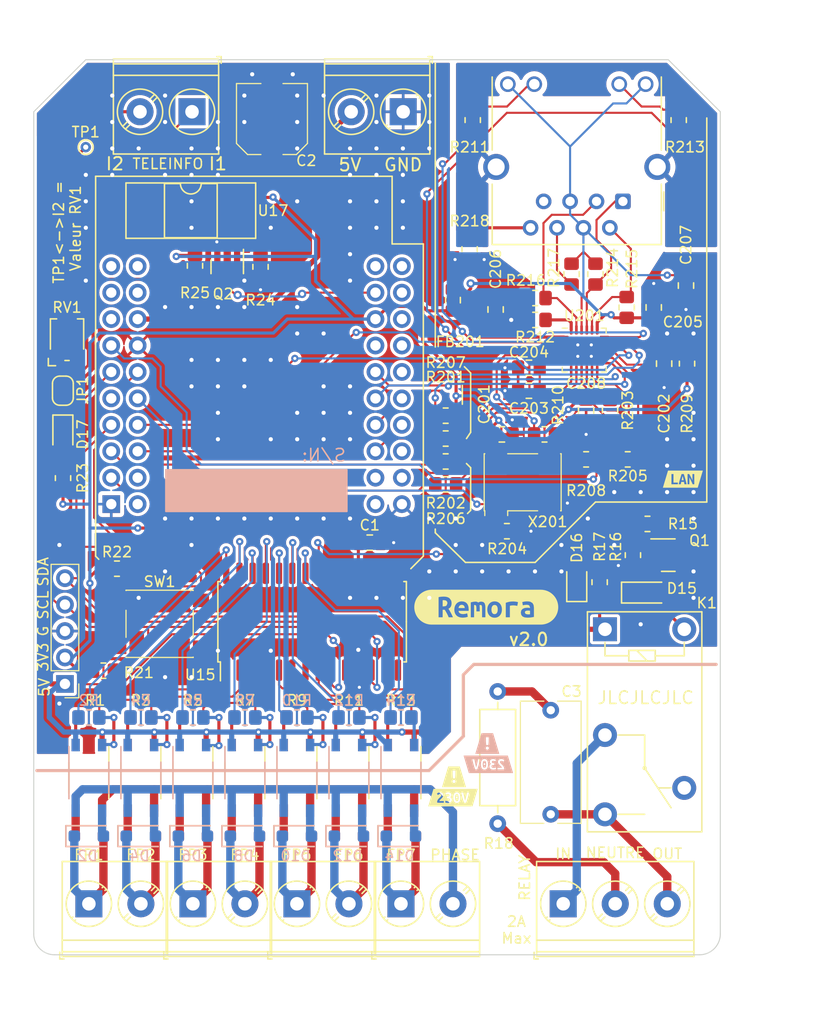
<source format=kicad_pcb>
(kicad_pcb (version 20240108) (generator "pcbnew") (generator_version "8.0")
  (layers (0 "F.Cu" signal) (31 "B.Cu" signal) (36 "B.SilkS" user "B.Silkscreen") (37 "F.SilkS" user "F.Silkscreen") (38 "B.Mask" user) (39 "F.Mask" user) (44 "Edge.Cuts" user))
  (net 0 "")
  (net 1 "+3V3")
  (net 2 "GND")
  (net 3 "+5V")
  (net 4 "/RL_OUT")
  (net 5 "/RL_SNUB")
  (net 6 "/FP1AP")
  (net 7 "/FP1")
  (net 8 "/FP1BP")
  (net 9 "/FP2AP")
  (net 10 "/FP2")
  (net 11 "/FP2BP")
  (net 12 "/FP3AP")
  (net 13 "/FP3")
  (net 14 "/FP3BP")
  (net 15 "/FP4AP")
  (net 16 "/FP4")
  (net 17 "/FP4BP")
  (net 18 "/FP5AP")
  (net 19 "/FP5")
  (net 20 "/FP5BP")
  (net 21 "/FP6AP")
  (net 22 "/FP6")
  (net 23 "/FP6BP")
  (net 24 "/FP7AP")
  (net 25 "/FP7")
  (net 26 "/FP7BP")
  (net 27 "/RL_TE")
  (net 28 "/RL_LED")
  (net 29 "/RL_LEDP")
  (net 30 "/NEUTRE")
  (net 31 "/PHASE")
  (net 32 "/I2C_SCL")
  (net 33 "/I2C_SDA")
  (net 34 "/EMAC_TXD1")
  (net 35 "/PHY_POWER")
  (net 36 "/EMAC_TX_EN")
  (net 37 "/EMAC_TXD0")
  (net 38 "/EMAC_RXD0")
  (net 39 "/EMAC_RXD1")
  (net 40 "/EMAC_TX_CLK")
  (net 41 "/EMAC_RX_DV")
  (net 42 "/SMI_MDIO")
  (net 43 "/SMI_MDC")
  (net 44 "/TELEINFO")
  (net 45 "/RL_TB")
  (net 46 "Net-(R1-Pad1)")
  (net 47 "/FP1A")
  (net 48 "Net-(R2-Pad1)")
  (net 49 "/FP1B")
  (net 50 "Net-(R3-Pad1)")
  (net 51 "/FP2A")
  (net 52 "Net-(R4-Pad1)")
  (net 53 "/FP2B")
  (net 54 "Net-(R5-Pad1)")
  (net 55 "/FP3A")
  (net 56 "Net-(R6-Pad1)")
  (net 57 "/FP3B")
  (net 58 "Net-(R7-Pad1)")
  (net 59 "/FP4A")
  (net 60 "Net-(R8-Pad1)")
  (net 61 "/FP4B")
  (net 62 "Net-(R9-Pad1)")
  (net 63 "/FP5A")
  (net 64 "Net-(R10-Pad1)")
  (net 65 "/FP5B")
  (net 66 "Net-(R11-Pad1)")
  (net 67 "/FP6A")
  (net 68 "Net-(R12-Pad1)")
  (net 69 "/FP6B")
  (net 70 "Net-(R13-Pad1)")
  (net 71 "/FP7A")
  (net 72 "Net-(R14-Pad1)")
  (net 73 "/FP7B")
  (net 74 "/RL_ON")
  (net 81 "Net-(U16-IO16)")
  (net 103 "Net-(U201-~{RST})")
  (net 104 "Net-(J8-TD+)")
  (net 105 "Net-(J8-TD-)")
  (net 106 "Net-(J8-RD+)")
  (net 107 "Net-(J8-RD-)")
  (net 109 "Earth")
  (net 110 "/Phy/LED_Y")
  (net 111 "/Phy/LED_G")
  (net 112 "Net-(U201-CRS_DV{slash}MODE2)")
  (net 113 "Net-(U201-RXER{slash}PHYAD0)")
  (net 114 "Net-(U201-~{INT}{slash}REFCLKO)")
  (net 115 "Net-(U201-RXD0{slash}MODE0)")
  (net 116 "Net-(U201-RXD1{slash}MODE1)")
  (net 117 "/Phy/XTAL_OUT")
  (net 118 "Net-(U201-XTAL1{slash}CLKIN)")
  (net 119 "Net-(U201-LED2{slash}~{INTSEL})")
  (net 120 "Net-(U201-RBIAS)")
  (net 121 "Net-(U201-LED1{slash}REGOFF)")
  (net 123 "/TI1")
  (net 124 "/TI2")
  (net 125 "/TI2R")
  (net 126 "/TIO")
  (net 127 "/TI_LM")
  (net 128 "/TI_LP")
  (net 129 "/Phy/AVDD")
  (net 130 "/Phy/VDDCR")
  (net 131 "/RL_IN")
  (footprint "Diode_SMD:D_SOD-123F" (layer "F.Cu") (at 110.3 94.6)
    (property "Reference" "D3" (hide yes))
    (property "Value" "1N4007" (hide yes))
  )
  (footprint "TestPoint:TestPoint_THTPad_D1.0mm_Drill0.5mm" (layer "F.Cu") (at 105 28.4)
    (property "Reference" "TP1")
    (property "Value" "TestPoint" (hide yes))
  )
  (footprint "Package_SO:MFSOP6-4_4.4x3.6mm_P1.27mm" (layer "F.Cu") (at 105.3 89 -90)
    (property "Reference" "U1" (hide yes))
    (property "Value" "TLP267J" (hide yes))
  )
  (footprint "Capacitor_SMD:C_0805_2012Metric_Pad1.18x1.45mm_HandSolder" (layer "F.Cu") (at 160.6 49.2 90)
    (property "Reference" "C202")
    (property "Value" "100n")
  )
  (footprint "Package_SO:MFSOP6-4_4.4x3.6mm_P1.27mm" (layer "F.Cu") (at 115.3 89 -90)
    (property "Reference" "U5" (hide yes))
    (property "Value" "TLP267J" (hide yes))
  )
  (footprint "TerminalBlock_Phoenix:TerminalBlock_Phoenix_PT-1,5-2-5.0-H_1x02_P5.00mm_Horizontal" (layer "F.Cu") (at 135.515 25 180)
    (property "Reference" "J2" (hide yes))
    (property "Value" "ST_01x02" (hide yes))
  )
  (footprint "Package_SO:SOIC-28W_7.5x17.9mm_P1.27mm" (layer "F.Cu") (at 126.76 74 90)
    (property "Reference" "U15")
    (property "Value" "MCP23017_SO")
  )
  (footprint "Jumper:SolderJumper-2_P1.3mm_Bridged_RoundedPad1.0x1.5mm" (layer "F.Cu") (at 102.8 51.8 -90)
    (property "Reference" "JP1")
    (property "Value" "Jumper_LED" (hide yes))
  )
  (footprint "Capacitor_SMD:C_Elec_6.3x5.4" (layer "F.Cu") (at 122.9 25.7 90)
    (property "Reference" "C2")
    (property "Value" "47u")
  )
  (footprint "Resistor_SMD:R_0805_2012Metric_Pad1.20x1.40mm_HandSolder" (layer "F.Cu") (at 155.4 53.7 90)
    (property "Reference" "R203")
    (property "Value" "10R")
  )
  (footprint "Resistor_SMD:R_0805_2012Metric_Pad1.20x1.40mm_HandSolder" (layer "F.Cu") (at 157 43.8 90)
    (property "Reference" "R215")
    (property "Value" "49R9")
  )
  (footprint "Resistor_SMD:R_0805_2012Metric_Pad1.20x1.40mm_HandSolder" (layer "F.Cu") (at 115.3 83.2)
    (property "Reference" "R5")
    (property "Value" "680R")
  )
  (footprint "Diode_SMD:D_SOD-123F" (layer "F.Cu") (at 120.3 94.6)
    (property "Reference" "D7" (hide yes))
    (property "Value" "1N4007" (hide yes))
  )
  (footprint "Relay_THT:Relay_SPDT_Omron-G5Q-1" (layer "F.Cu") (at 154.915 74.725 -90)
    (property "Reference" "K1")
    (property "Value" "G5Q-1")
  )
  (footprint "Diode_SMD:D_SOD-123F" (layer "F.Cu") (at 158.715 71.2)
    (property "Reference" "D15")
    (property "Value" "1N4007")
  )
  (footprint "Resistor_THT:R_Axial_DIN0309_L9.0mm_D3.2mm_P12.70mm_Horizontal" (layer "F.Cu") (at 144.6 93.4 90)
    (property "Reference" "R18")
    (property "Value" "220R - 1/2W")
  )
  (footprint "LED_SMD:LED_0805_2012Metric_Pad1.15x1.40mm_HandSolder" (layer "F.Cu") (at 102.8 56 -90)
    (property "Reference" "D17")
    (property "Value" "LED Blue")
  )
  (footprint "Package_TO_SOT_SMD:SOT-23" (layer "F.Cu") (at 161 67.6)
    (property "Reference" "Q1")
    (property "Value" "MMBT2222")
  )
  (footprint "Resistor_SMD:R_0805_2012Metric_Pad1.20x1.40mm_HandSolder" (layer "F.Cu") (at 121.8 39.9 -90)
    (property "Reference" "R24")
    (property "Value" "3k3")
  )
  (footprint "Resistor_SMD:R_0805_2012Metric_Pad1.20x1.40mm_HandSolder" (layer "F.Cu") (at 102.815 60.2 90)
    (property "Reference" "R23")
    (property "Value" "330R")
  )
  (footprint "kibuzzard-659BD659" (layer "F.Cu") (at 162.4 60.3)
    (property "Reference" "kibuzzard-659BD659" (hide yes))
    (property "Value" "G***" (hide yes))
  )
  (footprint "Capacitor_SMD:C_0805_2012Metric_Pad1.18x1.45mm_HandSolder" (layer "F.Cu") (at 159.6 43.8 90)
    (property "Reference" "C205")
    (property "Value" "100n")
  )
  (footprint "Package_SO:MFSOP6-4_4.4x3.6mm_P1.27mm" (layer "F.Cu") (at 130.3 89 -90)
    (property "Reference" "U11" (hide yes))
    (property "Value" "TLP267J" (hide yes))
  )
  (footprint "Resistor_SMD:R_0805_2012Metric_Pad1.20x1.40mm_HandSolder" (layer "F.Cu") (at 153.1 58.4)
    (property "Reference" "R208")
    (property "Value" "33R")
  )
  (footprint "Resistor_SMD:R_0805_2012Metric_Pad1.20x1.40mm_HandSolder" (layer "F.Cu") (at 120.3 83.2)
    (property "Reference" "R7")
    (property "Value" "680R")
  )
  (footprint "LED_SMD:LED_0805_2012Metric_Pad1.15x1.40mm_HandSolder" (layer "F.Cu") (at 152.2 70.2 90)
    (property "Reference" "D16")
    (property "Value" "LED Red")
  )
  (footprint "Connector_PinHeader_2.54mm:PinHeader_1x05_P2.54mm_Vertical" (layer "F.Cu") (at 103 79.975 180)
    (property "Reference" "J7" (hide yes))
    (property "Value" "Conn_01x05_Pin")
  )
  (footprint "Resistor_SMD:R_0805_2012Metric_Pad1.20x1.40mm_HandSolder" (layer "F.Cu") (at 110.3 83.2)
    (property "Reference" "R3")
    (property "Value" "680R")
  )
  (footprint "Resistor_SMD:R_0805_2012Metric_Pad1.20x1.40mm_HandSolder" (layer "F.Cu") (at 154 40.6 -90)
    (property "Reference" "R214")
    (property "Value" "49R9")
  )
  (footprint "Resistor_SMD:R_0805_2012Metric_Pad1.20x1.40mm_HandSolder" (layer "F.Cu") (at 139.6 56.4)
    (property "Reference" "R207")
    (property "Value" "10R")
  )
  (footprint "Resistor_SMD:R_0805_2012Metric_Pad1.20x1.40mm_HandSolder" (layer "F.Cu") (at 154.4 70.2 90)
    (property "Reference" "R17")
    (property "Value" "430R")
  )
  (footprint "Capacitor_SMD:C_0805_2012Metric_Pad1.18x1.45mm_HandSolder" (layer "F.Cu") (at 153.1 53.7 -90)
    (property "Reference" "C208")
    (property "Value" "10n")
  )
  (footprint "Diode_SMD:D_SOD-123F" (layer "F.Cu") (at 105.3 94.6)
    (property "Reference" "D1" (hide yes))
    (property "Value" "1N4007")
  )
  (footprint "Resistor_SMD:R_0805_2012Metric_Pad1.20x1.40mm_HandSolder" (layer "F.Cu") (at 130.3 83.2)
    (property "Reference" "R11")
    (property "Value" "680R")
  )
  (footprint "Package_DFN_QFN:VQFN-24-1EP_4x4mm_P0.5mm_EP2.5x2.5mm" (layer "F.Cu") (at 152.915 47.9)
    (property "Reference" "U201")
    (property "Value" "LAN8720A")
  )
  (footprint "TerminalBlock_Phoenix:TerminalBlock_Phoenix_PT-1,5-2-5.0-H_1x02_P5.00mm_Horizontal" (layer "F.Cu") (at 135.3 101.1)
    (property "Reference" "J6" (hide yes))
    (property "Value" "ST_01x02")
  )
  (footprint "Resistor_SMD:R_0805_2012Metric_Pad1.20x1.40mm_HandSolder" (layer "F.Cu") (at 106.7 78.7 180)
    (property "Reference" "R21")
    (property "Value" "3k3")
  )
  (footprint "Button_Switch_SMD:SW_Push_1P1T_NO_6x6mm_H9.5mm" (layer "F.Cu") (at 112.1 74.2)
    (property "Reference" "SW1")
    (property "Value" "SW_Push")
  )
  (footprint "Resistor_SMD:R_0805_2012Metric_Pad1.20x1.40mm_HandSolder" (layer "F.Cu") (at 115.5 39.8 -90)
    (property "Reference" "R25")
    (property "Value" "10k")
  )
  (footprint "Package_SO:MFSOP6-4_4.4x3.6mm_P1.27mm" (layer "F.Cu") (at 135.3 89 -90)
    (property "Reference" "U13" (hide yes))
    (property "Value" "TLP267J" (hide yes))
  )
  (footprint "Resistor_SMD:R_0805_2012Metric_Pad1.20x1.40mm_HandSolder" (layer "F.Cu") (at 157.1 58.4)
    (property "Reference" "R205")
    (property "Value" "33R")
  )
  (footprint "Resistor_SMD:R_0805_2012Metric_Pad1.20x1.40mm_HandSolder" (layer "F.Cu") (at 148.2 42.9)
    (property "Reference" "R216")
    (property "Value" "49R9")
  )
  (footprint "Potentiometer_SMD:Potentiometer_Bourns_TC33X_Vertical" (layer "F.Cu") (at 103.2 46.8 90)
    (property "Reference" "RV1")
    (property "Value" "2k")
  )
  (footprint "Resistor_SMD:R_0805_2012Metric_Pad1.20x1.40mm_HandSolder" (layer "F.Cu") (at 151.7 40.6 -90)
    (property "Reference" "R217")
    (property "Value" "49R9")
  )
  (footprint "Package_TO_SOT_SMD:SOT-23" (layer "F.Cu") (at 118.6 39.9 -90)
    (property "Reference" "Q2")
    (property "Value" "BSS138")
  )
  (footprint "Diode_SMD:D_SOD-123F" (layer "F.Cu") (at 135.3 94.6)
    (property "Reference" "D13" (hide yes))
    (property "Value" "1N4007")
  )
  (footprint "Inductor_SMD:L_0805_2012Metric_Pad1.15x1.40mm_HandSolder" (layer "F.Cu") (at 140.3 43.1 90)
    (property "Reference" "FB201")
    (property "Value" "2.0A/0.050 DCR")
  )
  (footprint "Capacitor_SMD:C_0805_2012Metric_Pad1.18x1.45mm_HandSolder" (layer "F.Cu") (at 147.6 51.8 180)
    (property "Reference" "C203")
    (property "Value" "1u")
  )
  (footprint "Resistor_SMD:R_0805_2012Metric_Pad1.20x1.40mm_HandSolder" (layer "F.Cu") (at 159 64.6)
    (property "Reference" "R15")
    (property "Value" "1k")
  )
  (footprint "Connector_RJ:RJ45_Hanrun_HR911105A_Horizontal" (layer "F.Cu") (at 156.64 33.61 180)
    (property "Reference" "J8" (hide yes))
    (property "Value" "RJ45_HanRun_HR911105A")
  )
  (footprint "Resistor_SMD:R_0805_2012Metric_Pad1.20x1.40mm_HandSolder" (layer "F.Cu") (at 105.3 83.2)
    (property "Reference" "R1")
    (property "Value" "680R")
  )
  (footprint "Resistor_SMD:R_0805_2012Metric_Pad1.20x1.40mm_HandSolder" (layer "F.Cu") (at 148.2 45 180)
    (property "Reference" "R212")
    (property "Value" "12k1 / 1%")
  )
  (footprint "Resistor_SMD:R_0805_2012Metric_Pad1.20x1.40mm_HandSolder" (layer "F.Cu") (at 108 68.9 180)
    (property "Reference" "R22")
    (property "Value" "3k3")
  )
  (footprint "kibuzzard-659BD475" (layer "F.Cu") (at 143.5 72.6)
    (property "Reference" "kibuzzard-659BD475" (hide yes))
    (property "Value" "G***" (hide yes))
  )
  (footprint "Capacitor_SMD:C_0805_2012Metric_Pad1.18x1.45mm_HandSolder" (layer "F.Cu") (at 145 56)
    (property "Reference" "C201")
    (property "Value" "100n")
  )
  (footprint "Resistor_SMD:R_0805_2012Metric_Pad1.20x1.40mm_HandSolder" (layer "F.Cu") (at 139.6 60.8)
    (property "Reference" "R202")
    (property "Value" "10R")
  )
  (footprint "Diode_SMD:D_SOD-123F" (layer "F.Cu") (at 130.3 94.6)
    (property "Reference" "D11" (hide yes))
    (property "Value" "1N4007" (hide yes))
  )
  (footprint "Capacitor_SMD:C_0805_2012Metric_Pad1.18x1.45mm_HandSolder" (layer "F.Cu") (at 162.7 41.7 -90)
    (property "Reference" "C207")
    (property "Value" "10n")
  )
  (footprint "Resistor_SMD:R_0805_2012Metric_Pad1.20x1.40mm_HandSolder" (layer "F.Cu") (at 157.6 67.6 90)
    (property "Reference" "R16")
    (property "Value" "10k")
  )
  (footprint "Resistor_SMD:R_0805_2012Metric_Pad1.20x1.40mm_HandSolder" (layer "F.Cu") (at 149.1 56)
    (property "Reference" "R210")
    (property "Value" "33R")
  )
  (footprint "Resistor_SMD:R_0805_2012Metric_Pad1.20x1.40mm_HandSolder" (layer "F.Cu") (at 162.8 49.2 90)
    (property "Reference" "R209")
    (property "Value" "4k7")
  )
  (footprint "Package_SO:MFSOP6-4_4.4x3.6mm_P1.27mm" (layer "F.Cu") (at 120.3 89 -90)
    (property "Reference" "U7" (hide yes))
    (property "Value" "TLP267J" (hide yes))
  )
  (footprint "TerminalBlock_Phoenix:TerminalBlock_Phoenix_PT-1,5-3-5.0-H_1x03_P5.00mm_Horizontal" (layer "F.Cu") (at 150.9 101.1)
    (property "Reference" "J1" (hide yes))
    (property "Value" "ST_01x03")
  )
  (footprint "kibuzzard-65A3E6CE" (layer "F.Cu") (at 140.4 88.9)
    (property "Reference" "kibuzzard-65A3E6CE" (hide yes))
    (property "Value" "G***" (hide yes))
  )
  (footprint "Resistor_SMD:R_0805_2012Metric_Pad1.20x1.40mm_HandSolder" (layer "F.Cu") (at 162 25.8 90)
    (property "Reference" "R213")
    (property "Value" "120R")
  )
  (footprint "Resistor_SMD:R_0805_2012Metric_Pad1.20x1.40mm_HandSolder" (layer "F.Cu") (at 141.9 38.2 -90)
    (property "Reference" "R218")
    (property "Value" "0R")
  )
  (footprint "Resistor_SMD:R_0805_2012Metric_Pad1.20x1.40mm_HandSolder" (layer "F.Cu") (at 125.3 83.2)
    (property "Reference" "R9")
    (property "Value" "680R")
  )
  (footprint "Package_SO:MFSOP6-4_4.4x3.6mm_P1.27mm" (layer "F.Cu") (at 125.3 89 -90)
    (property "Reference" "U9" (hide yes))
    (property "Value" "TLP267J" (hide yes))
  )
  (footprint "Capacitor_SMD:C_0805_2012Metric_Pad1.18x1.45mm_HandSolder" (layer "F.Cu") (at 144.4 44 -90)
    (property "Reference" "C206")
    (property "Value" "100n")
  )
  (footprint "kibuzzard-65A3E49B" (layer "F.Cu") (at 140.3 90.9)
    (property "Reference" "kibuzzard-65A3E49B" (hide yes))
    (property "Value" "G***" (hide yes))
  )
  (footprint "TerminalBlock_Phoenix:TerminalBlock_Phoenix_PT-1,5-2-5.0-H_1x02_P5.00mm_Horizontal" (layer "F.Cu") (at 105.3 101.1)
    (property "Reference" "J3" (hide yes))
    (property "Value" "ST_01x02")
  )
  (footprint "TerminalBlock_Phoenix:TerminalBlock_Phoenix_PT-1,5-2-5.0-H_1x02_P5.00mm_Horizontal" (layer "F.Cu") (at 115.215 25 180)
    (property "Reference" "J9" (hide yes))
    (property "Value" "ST_01x02" (hide yes))
  )
  (footprint "Oscillator:Oscillator_SMD_Abracon_ASV-4Pin_7.0x5.1mm" (layer "F.Cu") (at 147 60.6)
    (property "Reference" "X201")
    (property "Value" "50M")
  )
  (footprint "Resistor_SMD:R_0805_2012Metric_Pad1.20x1.40mm_HandSolder" (layer "F.Cu") (at 135.3 83.2)
    (property "Reference" "R13")
    (property "Value" "680R")
  )
  (footprint "Resistor_SMD:R_0805_2012Metric_Pad1.20x1.40mm_HandSolder" (layer "F.Cu") (at 145.485 65.3)
    (property "Reference" "R204")
    (property "Value" "10k")
  )
  (footprint "Diode_SMD:D_SOD-123F" (layer "F.Cu") (at 125.3 94.6)
    (property "Reference" "D9" (hide yes))
    (property "Value" "1N4007")
  )
  (footprint "TerminalBlock_Phoenix:TerminalBlock_Phoenix_PT-1,5-2-5.0-H_1x02_P5.00mm_Horizontal" (layer "F.Cu") (at 125.3 101.1)
    (property "Reference" "J5" (hide yes))
    (property "Value" "ST_01x02")
  )
  (footprint "TerminalBlock_Phoenix:TerminalBlock_Phoenix_PT-1,5-2-5.0-H_1x02_P5.00mm_Horizontal" (layer "F.Cu") (at 115.3 101.1)
    (property "Reference" "J4" (hide yes))
    (property "Value" "ST_01x02")
  )
  (footprint "Capacitor_THT:C_Rect_L11.5mm_W5.6mm_P10.00mm_MKT" (layer "F.Cu") (at 149.7 92.5 90)
    (property "Reference" "C3")
    (property "Value" "100n")
  )
  (footprint "remora_lib:ESP32-D1-MINI" (layer "F.Cu") (at 107.45 62.7 180)
    (property "Reference" "U16" (hide yes))
    (property "Value" "ESP32-D1-MINI")
  )
  (footprint "Package_DIP:DIP-4_W8.89mm_SMDSocket_LongPads" (layer "F.Cu") (at 115.1 34.5)
    (property "Reference" "U17")
    (property "Value" "LTV-814S")
  )
  (footprint "Capacitor_SMD:C_0805_2012Metric_Pad1.18x1.45mm_HandSolder" (layer "F.Cu") (at 147.6 49.6 180)
    (property "Reference" "C204")
    (property "Value" "470p")
  )
  (footprint "Package_SO:MFSOP6-4_4.4x3.6mm_P1.27mm" (layer "F.Cu") (at 110.3 89 -90)
    (property "Reference" "U3" (hide yes))
    (property "Value" "TLP267J" (hide yes))
  )
  (footprint "Resistor_SMD:R_0805_2012Metric_Pad1.20x1.40mm_HandSolder" (layer "F.Cu") (at 139.6 54.2 180)
    (property "Reference" "R201")
    (property "Value" "1k5")
  )
  (footprint "Capacitor_SMD:C_0805_2012Metric_Pad1.18x1.45mm_HandSolder" (layer "F.Cu") (at 132.3 66.4)
    (property "Reference" "C1")
    (property "Value" "100n")
  )
  (footprint "Resistor_SMD:R_0805_2012Metric_Pad1.20x1.40mm_HandSolder" (layer "F.Cu") (at 142.2 25.8 90)
    (property "Reference" "R211")
    (property "Value" "120R")
  )
  (footprint "Diode_SMD:D_SOD-123F" (layer "F.Cu") (at 115.3 94.6)
    (property "Reference" "D5" (hide yes))
    (property "Value" "1N4007")
  )
  (footprint "Resistor_SMD:R_0805_2012Metric_Pad1.20x1.40mm_HandSolder" (layer "F.Cu") (at 139.6 58.6)
    (property "Reference" "R206")
    (property "Value" "10R")
  )
  (footprint "Diode_SMD:D_SOD-123F" (layer "B.Cu") (at 110.3 94.6)
    (property "Reference" "D4")
    (property "Value" "1N4007")
  )
  (footprint "Resistor_SMD:R_0805_2012Metric_Pad1.20x1.40mm_HandSolder" (layer "B.Cu") (at 130.3 83.2 180)
    (property "Reference" "R12")
    (property "Value" "680R")
  )
  (footprint "kibuzzard-65A3E6CE" (layer "B.Cu") (at 143.6 85.7 180)
    (property "Reference" "kibuzzard-65A3E6CE" (hide yes))
    (property "Value" "G***" (hide yes))
  )
  (footprint "Diode_SMD:D_SOD-123F" (layer "B.Cu") (at 135.3 94.6)
    (property "Reference" "D14")
    (property "Value" "1N4007")
  )
  (footprint "Package_SO:MFSOP6-4_4.4x3.6mm_P1.27mm" (layer "B.Cu") (at 125.3 89 -90)
    (property "Reference" "U10" (hide yes))
    (property "Value" "TLP267J" (hide yes))
  )
  (footprint "Diode_SMD:D_SOD-123F" (layer "B.Cu") (at 105.3 94.6)
    (property "Reference" "D2")
    (property "Value" "1N4007")
  )
  (footprint "Resistor_SMD:R_0805_2012Metric_Pad1.20x1.40mm_HandSolder" (layer "B.Cu") (at 115.3 83.2 180)
    (property "Reference" "R6")
    (property "Value" "680R")
  )
  (footprint "Resistor_SMD:R_0805_2012Metric_Pad1.20x1.40mm_HandSolder" (layer "B.Cu") (at 105.3 83.2 180)
    (property "Reference" "R2")
    (property "Value" "680R")
  )
  (footprint "Package_SO:MFSOP6-4_4.4x3.6mm_P1.27mm" (layer "B.Cu") (at 105.3 89 -90)
    (property "Reference" "U2" (hide yes))
    (property "Value" "TLP267J" (hide yes))
  )
  (footprint "Diode_SMD:D_SOD-123F" (layer "B.Cu") (at 120.3 94.6)
    (property "Reference" "D8")
    (property "Value" "1N4007")
  )
  (footprint "Package_SO:MFSOP6-4_4.4x3.6mm_P1.27mm" (layer "B.Cu") (at 110.3 89 -90)
    (property "Reference" "U4" (hide yes))
    (property "Value" "TLP267J" (hide yes))
  )
  (footprint "Resistor_SMD:R_0805_2012Metric_Pad1.20x1.40mm_HandSolder" (layer "B.Cu") (at 110.3 83.2 180)
    (property "Reference" "R4")
    (property "Value" "680R")
  )
  (footprint "Diode_SMD:D_SOD-123F" (layer "B.Cu") (at 115.3 94.6)
    (property "Reference" "D6")
    (property "Value" "1N4007")
  )
  (footprint "Resistor_SMD:R_0805_2012Metric_Pad1.20x1.40mm_HandSolder" (layer "B.Cu") (at 135.3 83.2 180)
    (property "Reference" "R14")
    (property "Value" "680R")
  )
  (footprint "kibuzzard-65A3E49B" (layer "B.Cu") (at 143.7 87.7 180)
    (property "Reference" "kibuzzard-65A3E49B" (hide yes))
    (property "Value" "G***" (hide yes))
  )
  (footprint "Diode_SMD:D_SOD-123F" (layer "B.Cu") (at 125.3 94.6)
    (property "Reference" "D10")
    (property "Value" "1N4007")
  )
  (footprint "Resistor_SMD:R_0805_2012Metric_Pad1.20x1.40mm_HandSolder" (layer "B.Cu") (at 125.3 83.2 180)
    (property "Reference" "R10")
    (property "Value" "680R")
  )
  (footprint "Package_SO:MFSOP6-4_4.4x3.6mm_P1.27mm" (layer "B.Cu") (at 120.3 89 -90)
    (property "Reference" "U8" (hide yes))
    (property "Value" "TLP267J" (hide yes))
  )
  (footprint "Package_SO:MFSOP6-4_4.4x3.6mm_P1.27mm" (layer "B.Cu") (at 135.3 89 -90)
    (property "Reference" "U14" (hide yes))
    (property "Value" "TLP267J" (hide yes))
  )
  (footprint "Package_SO:MFSOP6-4_4.4x3.6mm_P1.27mm" (layer "B.Cu") (at 115.3 89 -90)
    (property "Reference" "U6" (hide yes))
    (property "Value" "TLP267J")
  )
  (footprint "Diode_SMD:D_SOD-123F" (layer "B.Cu") (at 130.3 94.6)
    (property "Reference" "D12")
    (property "Value" "1N4007")
  )
  (footprint "Resistor_SMD:R_0805_2012Metric_Pad1.20x1.40mm_HandSolder" (layer "B.Cu") (at 120.3 83.2 180)
    (property "Reference" "R8")
    (property "Value" "680R")
  )
  (footprint "Package_SO:MFSOP6-4_4.4x3.6mm_P1.27mm" (layer "B.Cu") (at 130.3 89 -90)
    (property "Reference" "U12" (hide yes))
    (property "Value" "TLP267J" (hide yes))
  )
  (gr_line (start 138 88.3) (end 100.3 88.3) (stroke (width 0.3)) (layer "B.SilkS"))
  (gr_line (start 141.3 79.1) (end 141.3 85) (stroke (width 0.3)) (layer "B.SilkS"))
  (gr_rect (start 112.7 59.4) (end 130.1 63.4) (stroke (width 0.15)) (fill solid) (layer "B.SilkS"))
  (gr_line (start 165.6 78.1) (end 142.3 78.1) (stroke (width 0.3)) (layer "B.SilkS"))
  (gr_line (start 141.3 79.1) (end 142.3 78.1) (stroke (width 0.3)) (layer "B.SilkS"))
  (gr_line (start 141.3 85) (end 138 88.3) (stroke (width 0.3)) (layer "B.SilkS"))
  (gr_line (start 138.6 65.45) (end 141.5 68.3) (stroke (width 0.15)) (layer "F.SilkS"))
  (gr_line (start 100.3 88.3) (end 138 88.3) (stroke (width 0.3)) (layer "F.SilkS"))
  (gr_line (start 154 62.5) (end 164.7 62.5) (stroke (width 0.15)) (layer "F.SilkS"))
  (gr_line (start 141.5 68.3) (end 148.2 68.3) (stroke (width 0.15)) (layer "F.SilkS"))
  (gr_line (start 164.7 62.5) (end 164.7 25.6) (stroke (width 0.15)) (layer "F.SilkS"))
  (gr_line (start 142 55.8) (end 141.6 56.4) (stroke (width 0.15)) (layer "F.SilkS"))
  (gr_line (start 141.3 79.1) (end 142.3 78.1) (stroke (width 0.3)) (layer "F.SilkS"))
  (gr_line (start 142.3 78.1) (end 165.6 78.1) (stroke (width 0.3)) (layer "F.SilkS"))
  (gr_line (start 138 88.3) (end 141.3 85) (stroke (width 0.3)) (layer "F.SilkS"))
  (gr_line (start 138.6 65.1) (end 138.6 65.45) (stroke (width 0.15)) (layer "F.SilkS"))
  (gr_line (start 142 63.3) (end 141.7 63.6) (stroke (width 0.15)) (layer "F.SilkS"))
  (gr_line (start 148.2 68.3) (end 154 62.5) (stroke (width 0.15)) (layer "F.SilkS"))
  (gr_line (start 141.4 49.5) (end 142 50.1) (stroke (width 0.15)) (layer "F.SilkS"))
  (gr_line (start 138.6 20.3) (end 138.6 47.6) (stroke (width 0.15)) (layer "F.SilkS"))
  (gr_line (start 141.2 51.3) (end 141.2 53.1) (stroke (width 0.15)) (layer "F.SilkS"))
  (gr_line (start 142 50.1) (end 142 55.8) (stroke (width 0.15)) (layer "F.SilkS"))
  (gr_line (start 142 63.3) (end 142 59.2) (stroke (width 0.15)) (layer "F.SilkS"))
  (gr_line (start 142 59.2) (end 141.6 58.8) (stroke (width 0.15)) (layer "F.SilkS"))
  (gr_line (start 141.3 85) (end 141.3 79.1) (stroke (width 0.3)) (layer "F.SilkS"))
  (gr_line (start 166 104) (end 166 25) (stroke (width 0.1)) (layer "Edge.Cuts"))
  (gr_line (start 164 106) (end 102 106) (stroke (width 0.1)) (layer "Edge.Cuts"))
  (gr_line (start 100 104) (end 100 25) (stroke (width 0.1)) (layer "Edge.Cuts"))
  (gr_line (start 161 20) (end 166 25) (stroke (width 0.1)) (layer "Edge.Cuts"))
  (gr_arc (start 102 106) (mid 100.585786 105.414214) (end 100 104) (stroke (width 0.1)) (layer "Edge.Cuts"))
  (gr_line (start 161 20) (end 105 20) (stroke (width 0.1)) (layer "Edge.Cuts"))
  (gr_line (start 100 25) (end 105 20) (stroke (width 0.1)) (layer "Edge.Cuts"))
  (gr_arc (start 166 104) (mid 165.414214 105.414214) (end 164 106) (stroke (width 0.1)) (layer "Edge.Cuts"))
  (gr_text "S/N:" (at 130.1 58 0) (layer "B.SilkS") (effects (font (size 1.2 1.2)) (justify left mirror)))
  (gr_text "v2.0" (at 149.6 76.4 0) (layer "F.SilkS") (effects (font (size 1.2 1.2) (thickness 0.2) (bold yes)) (justify right bottom)))
  (gr_text "JLCJLCJLC" (at 154.1 82 0) (layer "F.SilkS") (effects (font (size 1.2 1.2)) (justify left bottom)))
  (gr_text "2A\nMax" (at 146.4 105 0) (layer "F.SilkS") (effects (font (size 1 1)) (justify bottom)))
  (gr_text "TP1<->I2 = \nValeur RV1" (at 104.6 36.2 90) (layer "F.SilkS") (effects (font (size 1 1)) (justify bottom)))
  (segment (start 123 33.2) (end 122.97 33.23) (width 0.3) (layer "F.Cu") (net 1))
  (segment (start 128.8 75.8) (end 128.2 75.2) (width 0.2) (layer "F.Cu") (net 1))
  (segment (start 102.815 62.685) (end 102.8 62.7) (width 0.3) (layer "F.Cu") (net 1))
  (segment (start 153.1 52.6625) (end 153.3625 52.6625) (width 0.2) (layer "F.Cu") (net 1))
  (segment (start 152.3375 52.6625) (end 153.1 52.6625) (width 0.3) (layer "F.Cu") (net 1))
  (segment (start 113.7 38.9) (end 113.8 38.8) (width 0.3) (layer "F.Cu") (net 1))
  (segment (start 162.8 51.6) (end 162.8 50.2) (width 0.3) (layer "F.Cu") (net 1))
  (segment (start 153.1 52.6625) (end 153.1 51.5) (width 0.2) (layer "F.Cu") (net 1))
  (segment (start 104.4 79.6) (end 104.4 78.7) (width 0.2) (layer "F.Cu") (net 1))
  (segment (start 140.3 44.125) (end 137.825 44.125) (width 0.3) (layer "F.Cu") (net 1))
  (segment (start 110 65) (end 131 65) (width 0.3) (layer "F.Cu") (net 1))
  (segment (start 131 65) (end 131.2625 65.2625) (width 0.3) (layer "F.Cu") (net 1))
  (segment (start 103 77.435) (end 104.265 78.7) (width 0.3) (layer "F.Cu") (net 1))
  (segment (start 128.665 80.065) (end 128.665 78.65) (width 0.2) (layer "F.Cu") (net 1))
  (segment (start 140.6 50.3) (end 137.4 47.1) (width 0.3) (layer "F.Cu") (net 1))
  (segment (start 132.85 44.92) (end 134.07 43.7) (width 0.3) (layer "F.Cu") (net 1))
  (segment (start 140.6 52.3) (end 140.6 50.3) (width 0.3) (layer "F.Cu") (net 1))
  (segment (start 143.9625 56) (end 143.9625 55.3875) (width 0.3) (layer "F.Cu") (net 1))
  (segment (start 113.3 75.2) (end 108.5 80) (width 0.2) (layer "F.Cu") (net 1))
  (segment (start 131.205 66.4575) (end 131.2625 66.4) (width 0.3) (layer "F.Cu") (net 1))
  (segment (start 143.9625 56) (end 143.9625 58.0025) (width 0.3) (layer "F.Cu") (net 1))
  (segment (start 102.815 61.2) (end 102.815 62.685) (width 0.3) (layer "F.Cu") (net 1))
  (segment (start 143.9625 58.0025) (end 144.46 58.5) (width 0.3) (layer "F.Cu") (net 1))
  (segment (start 137.4 47.1) (end 137.4 43.7) (width 0.3) (layer "F.Cu") (net 1))
  (segment (start 105.4 69.7) (end 106.2 68.9) (width 0.3) (layer "F.Cu") (net 1))
  (segment (start 108.5 80) (end 104.8 80) (width 0.2) (layer "F.Cu") (net 1))
  (segment (start 140.6 54.2) (end 140.6 52.3) (width 0.3) (layer "F.Cu") (net 1))
  (segment (start 104.265 78.7) (end 104.4 78.7) (width 0.3) (layer "F.Cu") (net 1))
  (segment (start 106.2 68.9) (end 107 68.9) (width 0.3) (layer "F.Cu") (net 1))
  (segment (start 131.205 66.7575) (end 131.2625 66.7) (width 0.3) (layer "F.Cu") (net 1))
  (segment (start 104.4 78.7) (end 105.7 78.7) (width 0.3) (layer "F.Cu") (net 1))
  (segment (start 152.665 51.065) (end 152.665 49.8375) (width 0.2) (layer "F.Cu") (net 1))
  (segment (start 122.97 33.23) (end 119.545 33.23) (width 0.3) (layer "F.Cu") (net 1))
  (segment (start 104.8 80) (end 104.4 79.6) (width 0.2) (layer "F.Cu") (net 1))
  (segment (start 113.8 38.8) (end 115.5 38.8) (width 0.3) (layer "F.Cu") (net 1))
  (segment (start 131.2625 65.2625) (end 131.2625 66.4) (width 0.3) (layer "F.Cu") (net 1))
  (segment (start 137.825 44.125) (end 137.4 43.7) (width 0.3) (layer "F.Cu") (net 1))
  (segment (start 105.4 70.3) (end 105.4 69.7) (width 0.3) (layer "F.Cu") (net 1))
  (segment (start 131.205 69.35) (end 131.205 66.4575) (width 0.3) (layer "F.Cu") (net 1))
  (segment (start 143.9625 55.3875) (end 144.7 54.65) (width 0.3) (layer "F.Cu") (net 1))
  (segment (start 128.2 75.2) (end 113.3 75.2) (width 0.2) (layer "F.Cu") (net 1))
  (segment (start 153.3625 52.6625) (end 155.4 54.7) (width 0.2) (layer "F.Cu") (net 1))
  (segment (start 134.07 43.7) (end 137.4 43.7) (width 0.3) (layer "F.Cu") (net 1))
  (segment (start 129.3 80.3) (end 128.9 80.3) (width 0.2) (layer "F.Cu") (net 1))
  (segment (start 151.4 53.6) (end 152.3375 52.6625) (width 0.3) (layer "F.Cu") (net 1))
  (segment (start 153.1 51.5) (end 152.665 51.065) (width 0.2) (layer "F.Cu") (net 1))
  (segment (start 128.9 80.3) (end 128.665 80.065) (width 0.2) (layer "F.Cu") (net 1))
  (via (at 144.7 54.65) (size 0.7) (drill 0.3) (layers "F.Cu" "B.Cu") (net 1))
  (via (at 151.4 53.6) (size 0.7) (drill 0.3) (layers "F.Cu" "B.Cu") (net 1))
  (via (at 162.8 51.6) (size 0.7) (drill 0.3) (layers "F.Cu" "B.Cu") (net 1))
  (via (at 128.8 75.8) (size 0.7) (drill 0.3) (layers "F.Cu" "B.Cu") (net 1))
  (via (at 113.7 38.9) (size 0.7) (drill 0.3) (layers "F.Cu" "B.Cu") (net 1))
  (via (at 102.8 62.7) (size 0.7) (drill 0.3) (layers "F.Cu" "B.Cu") (net 1))
  (via (at 140.6 52.3) (size 0.7) (drill 0.3) (layers "F.Cu" "B.Cu") (net 1))
  (via (at 123 33.2) (size 0.7) (drill 0.3) (layers "F.Cu" "B.Cu") (net 1))
  (via (at 129.3 80.3) (size 0.7) (drill 0.3) (layers "F.Cu" "B.Cu") (net 1))
  (via (at 110 65) (size 0.7) (drill 0.3) (layers "F.Cu" "B.Cu") (net 1))
  (via (at 105.4 70.3) (size 0.7) (drill 0.3) (layers "F.Cu" "B.Cu") (net 1))
  (segment (start 144.7 54.65) (end 142.35 52.3) (width 0.3) (layer "B.Cu") (net 1))
  (segment (start 149.2 55.8) (end 151.4 53.6) (width 0.3) (layer "B.Cu") (net 1))
  (segment (start 113.7 38.9) (end 127.1 38.9) (width 0.3) (layer "B.Cu") (net 1))
  (segment (start 106.34 46.26) (end 105.4 47.2) (width 0.3) (layer "B.Cu") (net 1))
  (segment (start 127.1 41.3) (end 127.1 37.3) (width 0.3) (layer "B.Cu") (net 1))
  (segment (start 105.4 47.2) (end 105.4 62.7) (width 0.3) (layer "B.Cu") (net 1))
  (segment (start 144.7 54.7) (end 145.8 55.8) (width 0.3) (layer "B.Cu") (net 1))
  (segment (start 102.8 62.7) (end 105.4 62.7) (width 0.3) (layer "B.Cu") (net 1))
  (segment (start 128.8 75.8) (end 129.4 76.4) (width 0.2) (layer "B.Cu") (net 1))
  (segment (start 105.4 75.8) (end 105.4 70.3) (width 0.3) (layer "B.Cu") (net 1))
  (segment (start 124.38 44.92) (end 123.04 46.26) (width 0.3) (layer "B.Cu") (net 1))
  (segment (start 129.4 76.4) (end 129.4 80.2) (width 0.2) (layer "B.Cu") (net 1))
  (segment (start 123.04 46.26) (end 106.34 46.26) (width 0.3) (layer "B.Cu") (net 1))
  (segment (start 105.4 75.8) (end 103.765 77.435) (width 0.3) (layer "B.Cu") (net 1))
  (segment (start 132.85 44.92) (end 130.72 44.92) (width 0.3) (layer "B.Cu") (net 1))
  (segment (start 142.35 52.3) (end 140.6 52.3) (width 0.3) (layer "B.Cu") (net 1))
  (segment (start 127.1 37.3) (end 123 33.2) (width 0.3) (layer "B.Cu") (net 1))
  (segment (start 130.72 44.92) (end 127.1 41.3) (width 0.3) (layer "B.Cu") (net 1))
  (segment (start 144.7 54.65) (end 144.7 54.7) (width 0.3) (layer "B.Cu") (net 1))
  (segment (start 105.4 62.7) (end 105.4 65) (width 0.3) (layer "B.Cu") (net 1))
  (segment (start 105.4 65) (end 110 65) (width 0.3) (layer "B.Cu") (net 1))
  (segment (start 132.85 44.92) (end 124.38 44.92) (width 0.3) (layer "B.Cu") (net 1))
  (segment (start 129.4 80.2) (end 129.3 80.3) (width 0.2) (layer "B.Cu") (net 1))
  (segment (start 160.8 53.6) (end 162.8 51.6) (width 0.3) (layer "B.Cu") (net 1))
  (segment (start 145.8 55.8) (end 149.2 55.8) (width 0.3) (layer "B.Cu") (net 1))
  (segment (start 151.4 53.6) (end 160.8 53.6) (width 0.3) (layer "B.Cu") (net 1))
  (segment (start 105.4 65) (end 105.4 70.3) (width 0.3) (layer "B.Cu") (net 1))
  (segment (start 127.1 38.9) (end 127.1 37.3) (width 0.3) (layer "B.Cu") (net 1))
  (segment (start 103.765 77.435) (end 103 77.435) (width 0.3) (layer "B.Cu") (net 1))
  (segment (start 133.745 69.35) (end 133.745 67.845) (width 0.2) (layer "F.Cu") (net 2))
  (segment (start 117.65 37.55) (end 117.65 38.9625) (width 0.2) (layer "F.Cu") (net 2))
  (segment (start 130.3 80.3) (end 129.935 79.935) (width 0.2) (layer "F.Cu") (net 2))
  (segment (start 132.655 67.845) (end 133.745 67.845) (width 0.2) (layer "F.Cu") (net 2))
  (segment (start 108.125 76.45) (end 106.75 76.45) (width 0.2) (layer "F.Cu") (net 2))
  (segment (start 121.5 20.9) (end 121 21.4) (width 0.5) (layer "F.Cu") (net 2))
  (segment (start 124.4 20.9) (end 124.9 21.4) (width 0.5) (layer "F.Cu") (net 2))
  (segment (start 157.65 68.55) (end 157.6 68.6) (width 0.25) (layer "F.Cu") (net 2))
  (segment (start 134.6 66.4) (end 133.3375 66.4) (width 0.2) (layer "F.Cu") (net 2))
  (segment (start 131.3 80.3) (end 130.3 80.3) (width 0.2) (layer "F.Cu") (net 2))
  (segment (start 116.075 76.45) (end 116.075 77.875) (width 0.2) (layer "F.Cu") (net 2))
  (segment (start 129.935 79.935) (end 129.935 78.65) (width 0.2) (layer "F.Cu") (net 2))
  (segment (start 122.9 20.9) (end 121.5 20.9) (width 0.5) (layer "F.Cu") (net 2))
  (segment (start 160.0625 68.55) (end 157.65 68.55) (width 0.25) (layer "F.Cu") (net 2))
  (segment (start 122.9 23.1625) (end 122.9 20.9) (width 0.5) (layer "F.Cu") (net 2))
  (segment (start 135.015 69.35) (end 135.015 68.015) (width 0.2) (layer "F.Cu") (net 2))
  (segment (start 159.4375 42.7625) (end 160 42.7625) (width 0.2) (layer "F.Cu") (net 2))
  (segment (start 132.475 68.025) (end 132.655 67.845) (width 0.2) (layer "F.Cu") (net 2))
  (segment (start 134.845 67.845) (end 133.745 67.845) (width 0.2) (layer "F.Cu") (net 2))
  (segment (start 135.015 68.015) (end 134.845 67.845) (width 0.2) (layer "F.Cu") (net 2))
  (segment (start 117.6 37.5) (end 117.65 37.55) (width 0.2) (layer "F.Cu") (net 2))
  (segment (start 132.475 69.35) (end 132.475 68.025) (width 0.2) (layer "F.Cu") (net 2))
  (segment (start 122.9 20.9) (end 124.4 20.9) (width 0.5) (layer "F.Cu") (net 2))
  (via (at 145.9 45) (size 0.8) (drill 0.4) (layers "F.Cu" "B.Cu") (net 2))
  (via (at 135.485 28.525) (size 0.8) (drill 0.4) (layers "F.Cu" "B.Cu") (net 2))
  (via (at 130.405 33.605) (size 0.8) (drill 0.4) (layers "F.Cu" "B.Cu") (net 2))
  (via (at 158.345 61.545) (size 0.8) (drill 0.4) (layers "F.Cu" "B.Cu") (net 2))
  (via (at 115.165 48.845) (size 0.8) (drill 0.4) (layers "F.Cu" "B.Cu") (net 2))
  (via (at 163.425 64.085) (size 0.8) (drill 0.4) (layers "F.Cu" "B.Cu") (net 2))
  (via (at 122.785 48.845) (size 0.8) (drill 0.4) (layers "F.Cu" "B.Cu") (net 2))
  (via (at 162.7 44) (size 0.7) (drill 0.3) (layers "F.Cu" "B.Cu") (net 2))
  (via (at 132.945 71.705) (size 0.8) (drill 0.4) (layers "F.Cu" "B.Cu") (net 2))
  (via (at 105.005 33.605) (size 0.8) (drill 0.4) (layers "F.Cu" "B.Cu") (net 2))
  (via (at 127.865 64.085) (size 0.8) (drill 0.4) (layers "F.Cu" "B.Cu") (net 2))
  (via (at 143.3 39.2) (size 0.7) (drill 0.3) (layers "F.Cu" "B.Cu") (net 2))
  (via (at 138.025 71.705) (size 0.8) (drill 0.4) (layers "F.Cu" "B.Cu") (net 2))
  (via (at 107.545 28.525) (size 0.8) (drill 0.4) (layers "F.Cu" "B.Cu") (net 2))
  (via (at 163.425 61.545) (size 0.8) (drill 0.4) (layers "F.Cu" "B.Cu") (net 2))
  (via (at 122.785 76.785) (size 0.8) (drill 0.4) (layers "F.Cu" "B.Cu") (net 2))
  (via (at 117.705 25.985) (size 0.8) (drill 0.4) (layers "F.Cu" "B.Cu") (net 2))
  (via (at 120.245 64.085) (size 0.8) (drill 0.4) (layers "F.Cu" "B.Cu") (net 2))
  (via (at 122.785 56.465) (size 0.8) (drill 0.4) (layers "F.Cu" "B.Cu") (net 2))
  (via (at 138.025 28.525) (size 0.8) (drill 0.4) (layers "F.Cu" "B.Cu") (net 2))
  (via (at 112.625 69.165) (size 0.8) (drill 0.4) (layers "F.Cu" "B.Cu") (net 2))
  (via (at 102.465 81.865) (size 0.8) (drill 0.4) (layers "F.Cu" "B.Cu") (net 2))
  (via (at 125.325 64.085) (size 0.8) (drill 0.4) (layers "F.Cu" "B.Cu") (net 2))
  (via (at 125.325 28.525) (size 0.8) (drill 0.4) (layers "F.Cu" "B.Cu") (net 2))
  (via (at 120.245 25.985) (size 0.8) (drill 0.4) (layers "F.Cu" "B.Cu") (net 2))
  (via (at 130.405 64.085) (size 0.8) (drill 0.4) (layers "F.Cu" "B.Cu") (net 2))
  (via (at 150.725 69.165) (size 0.8) (drill 0.4) (layers "F.Cu" "B.Cu") (net 2))
  (via (at 132.945 31.065) (size 0.8) (drill 0.4) (layers "F.Cu" "B.Cu") (net 2))
  (via (at 124.9 21.4) (size 0.9) (drill 0.4) (layers "F.Cu" "B.Cu") (net 2))
  (via (at 115.165 36.145) (size 0.8) (drill 0.4) (layers "F.Cu" "B.Cu") (net 2))
  (via (at 160.885 59.005) (size 0.8) (drill 0.4) (layers "F.Cu" "B.Cu") (net 2))
  (via (at 110.085 71.705) (size 0.8) (drill 0.4) (layers "F.Cu" "B.Cu") (net 2))
  (via (at 125.325 25.985) (size 0.8) (drill 0.4) (layers "F.Cu" "B.Cu") (net 2))
  (via (at 152.3 47.4) (size 0.7) (drill 0.3) (layers "F.Cu" "B.Cu") (net 2))
  (via (at 125.325 43.765) (size 0.8) (drill 0.4) (layers "F.Cu" "B.Cu") (net 2))
  (via (at 117.705 64.085) (size 0.8) (drill 0.4) (layers "F.Cu" "B.Cu") (net 2))
  (via (at 117.705 28.525) (size 0.8) (drill 0.4) (layers "F.Cu" "B.Cu") (net 2))
  (via (at 145.3 49.6) (size 0.7) (drill 0.3) (layers "F.Cu" "B.Cu") (net 2))
  (via (at 125.325 23.445) (size 0.8) (drill 0.4) (layers "F.Cu" "B.Cu") (net 2))
  (via (at 130.405 71.705) (size 0.8) (drill 0.4) (layers "F.Cu" "B.Cu") (net 2))
  (via (at 155.805 61.545) (size 0.8) (drill 0.4) (layers "F.Cu" "B.Cu") (net 2))
  (via (at 112.625 23.445) (size 0.8) (drill 0.4) (layers "F.Cu" "B.Cu") (net 2))
  (via (at 117.705 51.385) (size 0.8) (drill 0.4) (layers "F.Cu" "B.Cu") (net 2))
  (via (at 130.405 56.465) (size 0.8) (drill 0.4) (layers "F.Cu" "B.Cu") (net 2))
  (via (at 163.425 71.705) (size 0.8) (drill 0.4) (layers "F.Cu" "B.Cu") (net 2))
  (via (at 115.165 31.065) (size 0.8) (drill 0.4) (layers "F.Cu" "B.Cu") (net 2))
  (via (at 105.005 41.225) (size 0.8) (drill 0.4) (layers "F.Cu" "B.Cu") (net 2))
  (via (at 163.425 56.465) (size 0.8) (drill 0.4) (layers "F.Cu" "B.Cu") (net 2))
  (via (at 107.545 25.985) (size 0.8) (drill 0.4) (layers "F.Cu" "B.Cu") (net 2))
  (via (at 138.025 25.985) (size 0.8) (drill 0.4) (layers "F.Cu" "B.Cu") (net 2))
  (via (at 160.6 51.5) (size 0.7) (drill 0.3) (layers "F.Cu" "B.Cu") (net 2))
  (via (at 112.625 43.765) (size 0.8) (drill 0.4) (layers "F.Cu" "B.Cu") (net 2))
  (via (at 153.6 47.4) (size 0.7) (drill 0.3) (layers "F.Cu" "B.Cu") (net 2))
  (via (at 153.1 56) (size 0.7) (drill 0.3) (layers "F.Cu" "B.Cu") (net 2))
  (via (at 156.2 68.6) (size 0.7) (drill 0.3) (layers "F.Cu" "B.Cu") (net 2))
  (via (at 127.865 56.465) (size 0.8) (drill 0.4) (layers "F.Cu" "B.Cu") (net 2))
  (via (at 159.6 41.5) (size 0.7) (drill 0.3) (layers "F.Cu" "B.Cu") (net 2))
  (via (at 138.025 64.085) (size 0.8) (drill 0.4) (layers "F.Cu" "B.Cu") (net 2))
  (via (at 163.425 53.925) (size 0.8) (drill 0.4) (layers "F.Cu" "B.Cu") (net 2))
  (via (at 158.345 74.245) (size 0.8) (drill 0.4) (layers "F.Cu" "B.Cu") (net 2))
  (via (at 117.705 31.065) (size 0.8) (drill 0.4) (layers "F.Cu" "B.Cu") (net 2))
  (via (at 125.325 46.305) (size 0.8) (drill 0.4) (layers "F.Cu" "B.Cu") (net 2))
  (via (at 130.405 36.145) (size 0.8) (drill 0.4) (layers "F.Cu" "B.Cu") (net 2))
  (via (at 130.405 38.685) (size 0.8) (drill 0.4) (layers "F.Cu" "B.Cu") (net 2))
  (via (at 122.785 64.085) (size 0.8) (drill 0.4) (layers "F.Cu" "B.Cu") (net 2))
  (via (at 112.625 25.985) (size 0.8) (drill 0.4) (layers "F.Cu" "B.Cu") (net 2))
  (via (at 163.425 59.005) (size 0.8) (drill 0.4) (layers "F.Cu" "B.Cu") (net 2))
  (via (at 110.085 28.525) (size 0.8) (drill 0.4) (layers "F.Cu" "B.Cu") (net 2))
  (via (at 160.885 61.545) (size 0.8) (drill 0.4) (layers "F.Cu" "B.Cu") (net 2))
  (via (at 112.625 79.325) (size 0.8) (drill 0.4) (layers "F.Cu" "B.Cu") (net 2))
  (via (at 160.885 46.305) (size 0.8) (drill 0.4) (layers "F.Cu" "B.Cu") (net 2))
  (via (at 130.405 53.925) (size 0.8) (drill 0.4) (layers "F.Cu" "B.Cu") (net 2))
  (via (at 138.025 23.445) (size 0.8) (drill 0.4) (layers "F.Cu" "B.Cu") (net 2))
  (via (at 132.945 28.525) (size 0.8) (drill 0.4) (layers "F.Cu" "B.Cu") (net 2))
  (via (at 130.405 51.385) (size 0.8) (drill 0.4) (layers "F.Cu" "B.Cu") (net 2))
  (via (at 135.485 71.705) (size 0.8) (drill 0.4) (layers "F.Cu" "B.Cu") (net 2))
  (via (at 135.485 33.605) (size 0.8) (drill 0.4) (layers "F.Cu" "B.Cu") (net 2))
  (via (at 148.185 69.165) (size 0.8) (drill 0.4) (layers "F.Cu" "B.Cu") (net 2))
  (via (at 105.005 31.065) (size 0.8) (drill 0.4) (layers "F.Cu" "B.Cu") (net 2))
  (via (at 117.705 53.925) (size 0.8) (drill 0.4) (layers "F.Cu" "B.Cu") (net 2))
  (via (at 120.245 41.225) (size 0.8) (drill 0.4) (layers "F.Cu" "B.Cu") (net 2))
  (via (at 102.465 66.625) (size 0.8) (drill 0.4) (layers "F.Cu" "B.Cu") (net 2))
  (via (at 115.165 33.605) (size 0.8) (drill 0.4) (layers "F.Cu" "B.Cu") (net 2))
  (via (at 130.405 31.065) (size 0.8) (drill 0.4) (layers "F.Cu" "B.Cu") (net 2))
  (via (at 121 21.4) (size 0.9) (drill 0.4) (layers "F.Cu" "B.Cu") (net 2))
  (via (at 131.3 80.3) (size 0.7) (drill 0.3) (layers "F.Cu" "B.Cu") (net 2))
  (via (at 130.405 28.525) (size 0.8) (drill 0.4) (layers "F.Cu" "B.Cu") (net 2))
  (via (at 125.325 53.925) (size 0.8) (drill 0.4) (layers "F.Cu" "B.Cu") (net 2))
  (via (at 145.645 69.165) (size 0.8) (drill 0.4) (layers "F.Cu" "B.Cu") (net 2))
  (via (at 127.865 23.445) (size 0.8) (drill 0.4) (layers "F.Cu" "B.Cu") (net 2))
  (via (at 125.325 33.605) (size 0.8) (drill 0.4) (layers "F.Cu" "B.Cu") (net 2))
  (via (at 127.865 53.925) (size 0.8) (drill 0.4) (layers "F.Cu" "B.Cu") (net 2))
  (via (at 152.3 48.5) (size 0.7) (drill 0.3) (layers "F.Cu" "B.Cu") (net 2))
  (via (at 135.485 36.145) (size 0.8) (drill 0.4) (layers "F.Cu" "B.Cu") (net 2))
  (via (at 145.3 51.8) (size 0.7) (drill 0.3) (layers "F.Cu" "B.Cu") (net 2))
  (via (at 134.6 66.4) (size 0.7) (drill 0.3) (layers "F.Cu" "B.Cu") (net 2))
  (via (at 135.485 31.065) (size 0.8) (drill 0.4) (layers "F.Cu" "B.Cu") (net 2))
  (via (at 125.325 56.465) (size 0.8) (drill 0.4) (layers "F.Cu" "B.Cu") (net 2))
  (via (at 115.165 28.525) (size 0.8) (drill 0.4) (layers "F.Cu" "B.Cu") (net 2))
  (via (at 117.705 43.765) (size 0.8) (drill 0.4) (layers "F.Cu" "B.Cu") (net 2))
  (via (at 117.705 48.845) (size 0.8) (drill 0.4) (layers "F.Cu" "B.Cu") (net 2))
  (via (at 147.8 65.3) (size 0.7) (drill 0.3) (layers "F.Cu" "B.Cu") (net 2))
  (via (at 151.3 62.6) (size 0.7) (drill 0.3) (layers "F.Cu" "B.Cu") (net 2))
  (via (at 115.165 66.625) (size 0.8) (drill 0.4) (layers "F.Cu" "B.Cu") (net 2))
  (via (at 105.005 36.145) (size 0.8) (drill 0.4) (layers "F.Cu" "B.Cu") (net 2))
  (via (at 132.945 23.445) (size 0.8) (drill 0.4) (layers "F.Cu" "B.Cu") (net 2))
  (via (at 117.705 56.465) (size 0.8) (drill 0.4) (layers "F.Cu" "B.Cu") (net 2))
  (via (at 146 54.6) (size 0.7) (drill 0.3) (layers "F.Cu" "B.Cu") (net 2))
  (via (at 117.705 76.785) (size 0.8) (drill 0.4) (layers "F.Cu" "B.Cu") (net 2))
  (via (at 120.245 23.445) (size 0.8) (drill 0.4) (layers "F.Cu" "B.Cu") (net 2))
  (via (at 107.545 31.065) (size 0.8) (drill 0.4) (layers "F.Cu" "B.Cu") (net 2))
  (via (at 107.545 23.445) (size 0.8) (drill 0.4) (layers "F.Cu" "B.Cu") (net 2))
  (via (at 115.165 64.085) (size 0.8) (drill 0.4) (layers "F.Cu" "B.Cu") (net 2))
  (via (at 143.105 66.625) (size 0.8) (drill 0.4) (layers "F.Cu" "B.Cu") (net 2))
  (via (at 153.265 64.085) (size 0.8) (drill 0.4) (layers "F.Cu" "B.Cu") (net 2))
  (via (at 115.165 43.765) (size 0.8) (drill 0.4) (layers "F.Cu" "B.Cu") (net 2))
  (via (at 153.6 48.5) (size 0.7) (drill 0.3) (layers "F.Cu" "B.Cu") (net 2))
  (via (at 112.625 64.085) (size 0.8) (drill 0.4) (layers "F.Cu" "B.Cu") (net 2))
  (via (at 115.165 51.385) (size 0.8) (drill 0.4) (layers "F.Cu" "B.Cu") (net 2))
  (via (at 117.6 37.5) (size 0.7) (drill 0.3) (layers "F.Cu" "B.Cu") (net 2))
  (via (at 112.625 31.065) (size 0.8) (drill 0.4) (layers "F.Cu" "B.Cu") (net 2))
  (via (at 127.865 51.385) (size 0.8) (drill 0.4) (layers "F.Cu" "B.Cu") (net 2))
  (via (at 143.105 69.165) (size 0.8) (drill 0.4) (layers "F.Cu" "B.Cu") (net 2))
  (via (at 120.245 43.765) (size 0.8) (drill 0.4) (layers "F.Cu" "B.Cu") (net 2))
  (via (at 140.5 39.2) (size 0.7) (drill 0.3) (layers "F.Cu" "B.Cu") (net 2))
  (via (at 132.945 36.145) (size 0.8) (drill 0.4) (layers "F.Cu" "B.Cu") (net 2))
  (via (at 121.8 42.1) (size 0.7) (drill 0.3) (layers "F.Cu" "B.Cu") (net 2))
  (via (at 120.245 51.385) (size 0.8) (drill 0.4) (layers "F.Cu" "B.Cu") (net 2))
  (via (at 138.025 69.165) (size 0.8) (drill 0.4) (layers "F.Cu" "B.Cu") (net 2))
  (via (at 132.945 33.605) (size 0.8) (drill 0.4) (layers "F.Cu" "B.Cu") (net 2))
  (via (at 150.725 66.625) (size 0.8) (drill 0.4) (layers "F.Cu" "B.Cu") (net 2))
  (via (at 132.945 25.985) (size 0.8) (drill 0.4) (layers "F.Cu" "B.Cu") (net 2))
  (via (at 130.405 41.225) (size 0.8) (drill 0.4) (layers "F.Cu" "B.Cu") (net 2))
  (via (at 163.425 69.165) (size 0.8) (drill 0.4) (layers "F.Cu" "B.Cu") (net 2))
  (via (at 127.865 46.305) (size 0.8) (drill 0.4) (layers "F.Cu" "B.Cu") (net 2))
  (via (at 131.2 76.7) (size 0.8) (drill 0.4) (layers "F.Cu" "B.Cu") (net 2))
  (via (at 122.785 36.145) (size 0.8) (drill 0.4) (layers "F.Cu" "B.Cu") (net 2))
  (via (at 163.425 46.305) (size 0.8) (drill 0.4) (layers "F.Cu" "B.Cu") (net 2))
  (via (at 155.805 66.625) (size 0.8) (drill 0.4) (layers "F.Cu" "B.Cu") (net 2))
  (via (at 160.885 56.465) (size 0.8) (drill 0.4) (layers "F.Cu" "B.Cu") (net 2))
  (via (at 140.565 64.085) (size 0.8) (drill 0.4) (layers "F.Cu" "B.Cu") (net 2))
  (via (at 115.165 79.325) (size 0.8) (drill 0.4) (layers "F.Cu" "B.Cu") (net 2))
  (via (at 120.245 48.845) (size 0.8) (drill 0.4) (layers "F.Cu" "B.Cu") (net 2))
  (via (at 140.565 66.625) (size 0.8) (drill 0.4) (layers "F.Cu" "B.Cu") (net 2))
  (via (at 140.565 69.165) (size 0.8) (drill 0.4) (layers "F.Cu" "B.Cu") (net 2))
  (segment (start 136.57 85.85) (end 136.57 84.63) (width 0.5) (layer "F.Cu") (net 3))
  (segment (start 123.1 30.5) (end 127.3 30.5) (width 0.5) (layer "F.Cu") (net 3))
  (segment (start 116.57 84.63) (end 116.6 84.6) (width 0.5) (layer "F.Cu") (net 3))
  (segment (start 123.1 30.5) (end 121.2 30.5) (width 0.5) (layer "F.Cu") (net 3))
  (segment (start 136.57 84.63) (end 136.6 84.6) (width 0.5) (layer "F.Cu") (net 3))
  (segment (start 121.2 30.5) (end 119 28.3) (width 0.5) (layer "F.Cu") (net 3))
  (segment (start 131.57 85.85) (end 131.57 84.63) (width 0.5) (layer "F.Cu") (net 3))
  (segment (start 101.675 79.975) (end 103 79.975) (width 0.5) (layer "F.Cu") (net 3))
  (segment (start 131.57 84.63) (end 131.6 84.6) (width 0.5) (layer "F.Cu") (net 3))
  (segment (start 122.9 30.3) (end 123.1 30.5) (width 0.5) (layer "F.Cu") (net 3))
  (segment (start 154.4 74.21) (end 154.915 74.725) (width 0.2) (layer "F.Cu") (net 3))
  (segment (start 139.575 74.725) (end 154.915 74.725) (width 0.5) (layer "F.Cu") (net 3))
  (segment (start 122.9 28.2375) (end 122.9 30.3) (width 0.5) (layer "F.Cu") (net 3))
  (segment (start 138.6 75.7) (end 139.575 74.725) (width 0.5) (layer "F.Cu") (net 3))
  (segment (start 111.57 85.85) (end 111.57 84.63) (width 0.5) (layer "F.Cu") (net 3))
  (segment (start 100.7 27.9) (end 100.7 79) (width 0.5) (layer "F.Cu") (net 3))
  (segment (start 138.6 83.5) (end 138.6 75.7) (width 0.5) (layer "F.Cu") (net 3))
  (segment (start 126.57 84.63) (end 126.6 84.6) (width 0.5) (layer "F.Cu") (net 3))
  (segment (start 117.4 21.8) (end 106.8 21.8) (width 0.5) (layer "F.Cu") (net 3))
  (segment (start 121.28 44.92) (end 127.3 38.9) (width 0.5) (layer "F.Cu") (net 3))
  (segment (start 126.57 85.85) (end 126.57 84.63) (width 0.5) (layer "F.Cu") (net 3))
  (segment (start 106.8 21.8) (end 100.7 27.9) (width 0.5) (layer "F.Cu") (net 3))
  (segment (start 121.57 85.85) (end 121.57 84.63) (width 0.5) (layer "F.Cu") (net 3))
  (segment (start 137.5 84.6) (end 138.6 83.5) (width 0.5) (layer "F.Cu") (net 3))
  (segment (start 106.57 84.63) (end 106.6 84.6) (width 0.5) (layer "F.Cu") (net 3))
  (segment (start 116.57 85.85) (end 116.57 84.63) (width 0.5) (layer "F.Cu") (net 3))
  (segment (start 157.315 71.2) (end 154.4 71.2) (width 0.3) (layer "F.Cu") (net 3))
  (segment (start 111.57 84.63) (end 111.6 84.6) (width 0.5) (layer "F.Cu") (net 3))
  (segment (start 135.4 84.6) (end 136.6 84.6) (width 0.5) (layer "F.Cu") (net 3))
  (segment (start 119 28.3) (end 119 23.4) (width 0.5) (layer "F.Cu") (net 3))
  (segment (start 127.3 38.9) (end 127.3 28.215) (width 0.5) (layer "F.Cu") (net 3))
  (segment (start 136.6 84.6) (end 137.5 84.6) (width 0.5) (layer "F.Cu") (net 3))
  (segment (start 127.3 28.215) (end 130.515 25) (width 0.5) (layer "F.Cu") (net 3))
  (segment (start 100.7 79) (end 101.675 79.975) (width 0.5) (layer "F.Cu") (net 3))
  (segment (start 109.99 44.92) (end 121.28 44.92) (width 0.5) (layer "F.Cu") (net 3))
  (segment (start 121.57 84.63) (end 121.6 84.6) (width 0.5) (layer "F.Cu") (net 3))
  (segment (start 122.9 28.2375) (end 122.8375 28.3) (width 0.5) (layer "F.Cu") (net 3))
  (segment (start 106.57 85.85) (end 106.57 84.63) (width 0.5) (layer "F.Cu") (net 3))
  (segment (start 154.4 71.2) (end 154.4 74.21) (width 0.3) (layer "F.Cu") (net 3))
  (segment (start 119 23.4) (end 117.4 21.8) (width 0.5) (layer "F.Cu") (net 3))
  (via (at 121.6 84.6) (size 0.7) (drill 0.3) (layers "F.Cu" "B.Cu") (net 3))
  (via (at 116.6 84.6) (size 0.7) (drill 0.3) (layers "F.Cu" "B.Cu") (net 3))
  (via (at 126.6 84.6) (size 0.7) (drill 0.3) (layers "F.Cu" "B.Cu") (net 3))
  (via (at 106.6 84.6) (size 0.7) (drill 0.3) (layers "F.Cu" "B.Cu") (net 3))
  (via (at 111.6 84.6) (size 0.7) (drill 0.3) (layers "F.Cu" "B.Cu") (net 3))
  (via (at 131.6 84.6) (size 0.7) (drill 0.3) (layers "F.Cu" "B.Cu") (net 3))
  (via (at 135.4 84.6) (size 0.7) (drill 0.3) (layers "F.Cu" "B.Cu") (net 3))
  (segment (start 104 84.6) (end 102.9 84.6) (width 0.5) (layer "B.Cu") (net 3))
  (segment (start 109.03 85.85) (end 109.03 84.63) (width 0.5) (layer "B.Cu") (net 3))
  (segment (start 114.03 84.63) (end 114 84.6) (width 0.5) (layer "B.Cu") (net 3))
  (segment (start 129 84.6) (end 131.6 84.6) (width 0.5) (layer "B.Cu") (net 3))
  (segment (start 104.03 85.85) (end 104.03 84.63) (width 0.5) (layer "B.Cu") (net 3))
  (segment (start 126.6 84.6) (end 129 84.6) (width 0.5) (layer "B.Cu") (net 3))
  (segment (start 104 84.6) (end 106.6 84.6) (width 0.5) (layer "B.Cu") (net 3))
  (segment (start 119 84.6) (end 121.6 84.6) (width 0.5) (layer "B.Cu") (net 3))
  (segment (start 102.9 84.6) (end 101.5 83.2) (width 0.5) (layer "B.Cu") (net 3))
  (segment (start 114.03 85.85) (end 114.03 84.63) (width 0.5) (layer "B.Cu") (net 3))
  (segment (start 106.6 84.6) (end 109 84.6) (width 0.5) (layer "B.Cu") (net 3))
  (segment (start 124.03 85.85) (end 124.03 84.63) (width 0.5) (layer "B.Cu") (net 3))
  (segment (start 104.03 84.63) (end 104 84.6) (width 0.5) (layer "B.Cu") (net 3))
  (segment (start 129.03 84.63) (end 129 84.6) (width 0.5) (layer "B.Cu") (net 3))
  (segment (start 119.03 85.85) (end 119.03 84.63) (width 0.5) (layer "B.Cu") (net 3))
  (segment (start 121.6 84.6) (end 124 84.6) (width 0.5) (layer "B.Cu") (net 3))
  (segment (start 119.03 84.63) (end 119 84.6) (width 0.5) (layer "B.Cu") (net 3))
  (segment (start 111.6 84.6) (end 114 84.6) (width 0.5) (layer "B.Cu") (net 3))
  (segment (start 102.425 79.975) (end 103 79.975) (width 0.5) (layer "B.Cu") (net 3))
  (segment (start 101.5 80.9) (end 102.425 79.975) (width 0.5) (layer "B.Cu") (net 3))
  (segment (start 109 84.6) (end 111.6 84.6) (width 0.5) (layer "B.Cu") (net 3))
  (segment (start 109.03 84.63) (end 109 84.6) (width 0.5) (layer "B.Cu") (net 3))
  (segment (start 131.6 84.6) (end 132.78 84.6) (width 0.5) (layer "B.Cu") (net 3))
  (segment (start 135.4 84.6) (end 132.78 84.6) (width 0.5) (layer "B.Cu") (net 3))
  (segment (start 124.03 84.63) (end 124 84.6) (width 0.5) (layer "B.Cu") (net 3))
  (segment (start 132.78 84.6) (end 134.03 85.85) (width 0.5) (layer "B.Cu") (net 3))
  (segment (start 116.6 84.6) (end 119 84.6) (width 0.5) (layer "B.Cu") (net 3))
  (segment (start 129.03 85.85) (end 129.03 84.63) (width 0.5) (layer "B.Cu") (net 3))
  (segment (start 124 84.6) (end 126.6 84.6) (width 0.5) (layer "B.Cu") (net 3))
  (segment (start 114 84.6) (end 116.6 84.6) (width 0.5) (layer "B.Cu") (net 3))
  (segment (start 101.5 83.2) (end 101.5 80.9) (width 0.5) (layer "B.Cu") (net 3))
  (segment (start 160.9 101.1) (end 160.9 98.49) (width 0.8) (layer "F.Cu") (net 4))
  (segment (start 160.9 98.49) (end 154.915 92.505) (width 0.8) (layer "F.Cu") (net 4))
  (segment (start 154.47 92.95) (end 154.915 92.505) (width 0.8) (layer "F.Cu") (net 4))
  (segment (start 149.705 92.505) (end 149.7 92.5) (width 0.8) (layer "F.Cu") (net 4))
  (segment (start 154.915 92.505) (end 149.705 92.505) (width 0.8) (layer "F.Cu") (net 4))
  (segment (start 147.9 80.7) (end 149.7 82.5) (width 0.8) (layer "F.Cu") (net 5))
  (segment (start 144.6 80.7) (end 147.9 80.7) (width 0.8) (layer "F.Cu") (net 5))
  (segment (start 104.03 92.15) (end 104.03 94.47) (width 0.8) (layer "F.Cu") (net 6))
  (segment (start 104.03 94.47) (end 103.9 94.6) (width 0.8) (layer "F.Cu") (net 6))
  (segment (start 106.7 99.7) (end 105.3 101.1) (width 0.8) (layer "F.Cu") (net 7))
  (segment (start 106.7 94.6) (end 106.7 99.7) (width 0.8) (layer "F.Cu") (net 7))
  (segment (start 103.9 94.6) (end 103.9 99.7) (width 0.8) (layer "B.Cu") (net 7))
  (segment (start 103.9 99.7) (end 105.3 101.1) (width 0.8) (layer "B.Cu") (net 7))
  (segment (start 106.57 92.15) (end 106.57 94.47) (width 0.8) (layer "B.Cu") (net 8))
  (segment (start 106.57 94.47) (end 106.7 94.6) (width 0.8) (layer "B.Cu") (net 8))
  (segment (start 109.03 94.47) (end 108.9 94.6) (width 0.8) (layer "F.Cu") (net 9))
  (segment (start 109.03 92.15) (end 109.03 94.47) (width 0.8) (layer "F.Cu") (net 9))
  (segment (start 111.7 94.6) (end 111.7 99.7) (width 0.8) (layer "F.Cu") (net 10))
  (segment (start 111.7 99.7) (end 110.3 101.1) (width 0.8) (layer "F.Cu") (net 10))
  (segment (start 108.9 99.7) (end 110.3 101.1) (width 0.8) (layer "B.Cu") (net 10))
  (segment (start 108.9 94.6) (end 108.9 99.7) (width 0.8) (layer "B.Cu") (net 10))
  (segment (start 111.57 92.15) (end 111.57 94.47) (width 0.8) (layer "B.Cu") (net 11))
  (segment (start 111.57 94.47) (end 111.7 94.6) (width 0.8) (layer "B.Cu") (net 11))
  (segment (start 114.03 94.47) (end 113.9 94.6) (width 0.8) (layer "F.Cu") (net 12))
  (segment (start 114.03 92.15) (end 114.03 94.47) (width 0.8) (layer "F.Cu") (net 12))
  (segment (start 116.7 94.6) (end 116.7 99.7) (width 0.8) (layer "F.Cu") (net 13))
  (segment (start 116.7 99.7) (end 115.3 101.1) (width 0.8) (layer "F.Cu") (net 13))
  (segment (start 113.9 99.7) (end 115.3 101.1) (width 0.8) (layer "B.Cu") (net 13))
  (segment (start 113.9 94.6) (end 113.9 99.7) (width 0.8) (layer "B.Cu") (net 13))
  (segment (start 116.57 92.15) (end 116.57 94.47) (width 0.8) (layer "B.Cu") (net 14))
  (segment (start 116.57 94.47) (end 116.7 94.6) (width 0.8) (layer "B.Cu") (net 14))
  (segment (start 119.03 94.47) (end 118.9 94.6) (width 0.8) (layer "F.Cu") (net 15))
  (segment (start 119.03 92.15) (end 119.03 94.47) (width 0.8) (layer "F.Cu") (net 15))
  (segment (start 121.7 94.6) (end 121.7 99.7) (width 0.8) (layer "F.Cu") (net 16))
  (segment (start 121.7 99.7) (end 120.3 101.1) (width 0.8) (layer "F.Cu") (net 16))
  (segment (start 118.9 94.6) (end 118.9 99.7) (width 0.8) (layer "B.Cu") (net 16))
  (segment (start 118.9 99.7) (end 120.3 101.1) (width 0.8) (layer "B.Cu") (net 16))
  (segment (start 121.57 92.15) (end 121.57 94.47) (width 0.8) (layer "B.Cu") (net 17))
  (segment (start 121.57 94.47) (end 121.7 94.6) (width 0.8) (layer "B.Cu") (net 17))
  (segment (start 124.03 94.47) (end 123.9 94.6) (width 0.8) (layer "F.Cu") (net 18))
  (segment (start 124.03 92.15) (end 124.03 94.47) (width 0.8) (layer "F.Cu") (net 18))
  (segment (start 126.7 94.6) (end 126.7 99.7) (width 0.8) (layer "F.Cu") (net 19))
  (segment (start 126.7 99.7) (end 125.3 101.1) (width 0.8) (layer "F.Cu") (net 19))
  (segment (start 123.9 94.6) (end 123.9 99.7) (width 0.8) (layer "B.Cu") (net 19))
  (segment (start 123.9 99.7) (end 125.3 101.1) (width 0.8) (layer "B.Cu") (net 19))
  (segment (start 126.57 92.15) (end 126.57 94.47) (width 0.8) (layer "B.Cu") (net 20))
  (segment (start 126.57 94.47) (end 126.7 94.6) (width 0.8) (layer "B.Cu") (net 20))
  (segment (start 129.03 94.47) (end 128.9 94.6) (width 0.8) (layer "F.Cu") (net 21))
  (segment (start 129.03 92.15) (end 129.03 94.47) (width 0.8) (layer "F.Cu") (net 21))
  (segment (start 131.7 94.6) (end 131.7 99.7) (width 0.8) (layer "F.Cu") (net 22))
  (segment (start 131.7 99.7) (end 130.3 101.1) (width 0.8) (layer "F.Cu") (net 22))
  (segment (start 128.9 99.7) (end 130.3 101.1) (width 0.8) (layer "B.Cu") (net 22))
  (segment (start 128.9 94.6) (end 128.9 99.7) (width 0.8) (layer "B.Cu") (net 22))
  (segment (start 131.57 94.47) (end 131.7 94.6) (width 0.8) (layer "B.Cu") (net 23))
  (segment (start 131.57 92.15) (end 131.57 94.47) (width 0.8) (layer "B.Cu") (net 23))
  (segment (start 134.03 94.47) (end 133.9 94.6) (width 0.8) (layer "F.Cu") (net 24))
  (segment (start 134.03 92.15) (end 134.03 94.47) (width 0.8) (layer "F.Cu") (net 24))
  (segment (start 136.7 94.6) (end 136.7 99.7) (width 0.8) (layer "F.Cu") (net 25))
  (segment (start 136.7 99.7) (end 135.3 101.1) (width 0.8) (layer "F.Cu") (net 25))
  (segment (start 133.9 94.6) (end 133.9 99.7) (width 0.8) (layer "B.Cu") (net 25))
  (segment (start 133.9 99.7) (end 135.3 101.1) (width 0.8) (layer "B.Cu") (net 25))
  (segment (start 136.57 92.15) (end 136.57 94.47) (width 0.8) (layer "B.Cu") (net 26))
  (segment (start 136.57 94.47) (end 136.7 94.6) (width 0.8) (layer "B.Cu") (net 26))
  (segment (start 160.9 71.2) (end 160.115 71.2) (width 0.25) (layer "F.Cu") (net 27))
  (segment (start 160.0625 71.1475) (end 160.115 71.2) (width 0.2) (layer "F.Cu") (net 27))
  (segment (start 161.9375 67.6) (end 161.9375 70.1625) (width 0.25) (layer "F.Cu") (net 27))
  (segment (start 160.115 71.2) (end 160.115 72.305) (width 0.3) (layer "F.Cu") (net 27))
  (segment (start 160.115 72.305) (end 162.535 74.725) (width 0.3) (layer "F.Cu") (net 27))
  (segment (start 161.9375 70.1625) (end 160.9 71.2) (width 0.25) (layer "F.Cu") (net 27))
  (segment (start 137.6 75.5) (end 141.875 71.225) (width 0.2) (layer "F.Cu") (net 28))
  (segment (start 127.395 79.995) (end 128.5 81.1) (width 0.2) (layer "F.Cu") (net 28))
  (segment (start 127.395 78.65) (end 127.395 79.995) (width 0.2) (layer "F.Cu") (net 28))
  (segment (start 137 81.1) (end 137.6 80.5) (width 0.2) (layer "F.Cu") (net 28))
  (segment (start 137.6 80.5) (end 137.6 75.5) (width 0.2) (layer "F.Cu") (net 28))
  (segment (start 128.5 81.1) (end 137 81.1) (width 0.2) (layer "F.Cu") (net 28))
  (segment (start 141.875 71.225) (end 152.2 71.225) (width 0.2) (layer "F.Cu") (net 28))
  (segment (start 154.375 69.175) (end 154.4 69.2) (width 0.2) (layer "F.Cu") (net 29))
  (segment (start 152.2 69.175) (end 154.375 69.175) (width 0.2) (layer "F.Cu") (net 29))
  (segment (start 154.8 97.1) (end 148.3 97.1) (width 0.8) (layer "F.Cu") (net 30))
  (segment (start 155.9 98.2) (end 154.8 97.1) (width 0.8) (layer "F.Cu") (net 30))
  (segment (start 155.9 101.1) (end 155.9 98.2) (width 0.8) (layer "F.Cu") (net 30))
  (segment (start 148.3 97.1) (end 144.6 93.4) (width 0.8) (layer "F.Cu") (net 30))
  (segment (start 136.57 90.13) (end 136.6 90.1) (width 0.8) (layer "F.Cu") (net 31))
  (segment (start 121.57 92.15) (end 121.57 90.13) (width 0.8) (layer "F.Cu") (net 31))
  (segment (start 136.6 90.1) (end 131.6 90.1) (width 0.8) (layer "F.Cu") (net 31))
  (segment (start 131.6 90.1) (end 126.6 90.1) (width 0.8) (layer "F.Cu") (net 31))
  (segment (start 131.57 90.13) (end 131.6 90.1) (width 0.8) (layer "F.Cu") (net 31))
  (segment (start 116.57 92.15) (end 116.57 90.23) (width 0.8) (layer "F.Cu") (net 31))
  (segment (start 140.3 101.1) (end 140.3 92.3) (width 0.8) (layer "F.Cu") (net 31))
  (segment (start 111.57 92.15) (end 111.57 90.13) (width 0.8) (layer "F.Cu") (net 31))
  (segment (start 116.7 90.1) (end 111.6 90.1) (width 0.8) (layer "F.Cu") (net 31))
  (segment (start 121.6 90.1) (end 116.7 90.1) (width 0.8) (layer "F.Cu") (net 31))
  (segment (start 131.57 92.15) (end 131.57 90.13) (width 0.8) (layer "F.Cu") (net 31))
  (segment (start 126.57 90.13) (end 126.6 90.1) (width 0.8) (layer "F.Cu") (net 31))
  (segment (start 111.6 90.1) (end 107.6 90.1) (width 0.8) (layer "F.Cu") (net 31))
  (segment (start 107.6 90.1) (end 106.57 91.13) (width 0.8) (layer "F.Cu") (net 31))
  (segment (start 111.57 90.13) (end 111.6 90.1) (width 0.8) (layer "F.Cu") (net 31))
  (segment (start 126.6 90.1) (end 121.6 90.1) (width 0.8) (layer "F.Cu") (net 31))
  (segment (start 136.57 92.15) (end 136.57 90.13) (width 0.8) (layer "F.Cu") (net 31))
  (segment (start 121.57 90.13) (end 121.6 90.1) (width 0.8) (layer "F.Cu") (net 31))
  (segment (start 140.3 92.3) (end 138.1 90.1) (width 0.8) (layer "F.Cu") (net 31))
  (segment (start 116.57 90.23) (end 116.7 90.1) (width 0.8) (layer "F.Cu") (net 31))
  (segment (start 126.57 92.15) (end 126.57 90.13) (width 0.8) (layer "F.Cu") (net 31))
  (segment (start 106.57 91.13) (end 106.57 92.15) (width 0.8) (layer "F.Cu") (net 31))
  (segment (start 138.1 90.1) (end 136.6 90.1) (width 0.8) (layer "F.Cu") (net 31))
  (segment (start 129.3 90.1) (end 124.2 90.1) (width 0.8) (layer "B.Cu") (net 31))
  (segment (start 134.03 90.27) (end 134.2 90.1) (width 0.8) (layer "B.Cu") (net 31))
  (segment (start 124.03 90.27) (end 124.2 90.1) (width 0.8) (layer "B.Cu") (net 31))
  (segment (start 109 90.1) (end 104.7 90.1) (width 0.8) (layer "B.Cu") (net 31))
  (segment (start 138.1 90.1) (end 134.2 90.1) (width 0.8) (layer "B.Cu") (net 31))
  (segment (start 109.03 92.15) (end 109.03 90.13) (width 0.8) (layer "B.Cu") (net 31))
  (segment (start 109.03 90.13) (end 109 90.1) (width 0.8) (layer "B.Cu") (net 31))
  (segment (start 140.3 101.1) (end 140.3 92.3) (width 0.8) (layer "B.Cu") (net 31))
  (segment (start 104.03 90.77) (end 104.03 92.15) (width 0.8) (layer "B.Cu") (net 31))
  (segment (start 129.03 92.15) (end 129.03 90.37) (width 0.8) (layer "B.Cu") (net 31))
  (segment (start 114.2 90.1) (end 109 90.1) (width 0.8) (layer "B.Cu") (net 31))
  (segment (start 134.03 92.15) (end 134.03 90.27) (width 0.8) (layer "B.Cu") (net 31))
  (segment (start 119.2 90.1) (end 114.2 90.1) (width 0.8) (layer "B.Cu") (net 31))
  (segment (start 119.03 90.27) (end 119.2 90.1) (width 0.8) (layer "B.Cu") (net 31))
  (segment (start 104.7 90.1) (end 104.03 90.77) (width 0.8) (layer "B.Cu") (net 31))
  (segment (start 129.03 90.37) (end 129.3 90.1) (width 0.8) (layer "B.Cu") (net 31))
  (segment (start 114.03 92.15) (end 114.03 90.27) (width 0.8) (layer "B.Cu") (net 31))
  (segment (start 114.03 90.27) (end 114.2 90.1) (width 0.8) (layer "B.Cu") (net 31))
  (segment (start 119.03 92.15) (end 119.03 90.27) (width 0.8) (layer "B.Cu") (net 31))
  (segment (start 140.3 92.3) (end 138.1 90.1) (width 0.8) (layer "B.Cu") (net 31))
  (segment (start 134.2 90.1) (end 129.3 90.1) (width 0.8) (layer "B.Cu") (net 31))
  (segment (start 124.03 92.15) (end 124.03 90.27) (width 0.8) (layer "B.Cu") (net 31))
  (segment (start 124.2 90.1) (end 119.2 90.1) (width 0.8) (layer "B.Cu") (net 31))
  (segment (start 111 76.5) (end 108.8 78.7) (width 0.2) (layer "F.Cu") (net 32))
  (segment (start 103.3 68.2) (end 102 68.2) (width 0.2) (layer "F.Cu") (net 32))
  (segment (start 104.1 53.35) (end 104.1 67.4) (width 0.2) (layer "F.Cu") (net 32))
  (segment (start 101.6 71.6) (end 102.355 72.355) (width 0.2) (layer "F.Cu") (net 32))
  (segment (start 102 68.2) (end 101.6 68.6) (width 0.2) (layer "F.Cu") (net 32))
  (segment (start 133 75.8) (end 133 75.9) (width 0.2) (layer "F.Cu") (net 32))
  (segment (start 103.055 72.355) (end 105.2 74.5) (width 0.2) (layer "F.Cu") (net 32))
  (segment (start 132.475 79.775) (end 133 80.3) (width 0.2) (layer "F.Cu") (net 32))
  (segment (start 107.45 50) (end 104.1 53.35) (width 0.2) (layer "F.Cu") (net 32))
  (segment (start 132.475 78.65) (end 132.475 79.775) (width 0.2) (layer "F.Cu") (net 32))
  (segment (start 101.6 68.6) (end 101.6 71.6) (width 0.2) (layer "F.Cu") (net 32))
  (segment (start 104.1 67.4) (end 103.3 68.2) (width 0.2) (layer "F.Cu") (net 32))
  (segment (start 111 74.5) (end 111 76.5) (width 0.2) (layer "F.Cu") (net 32))
  (segment (start 131.7 74.5) (end 133 75.8) (width 0.2) (layer "F.Cu") (net 32))
  (segment (start 108.8 78.7) (end 107.7 78.7) (width 0.2) (layer "F.Cu") (net 32))
  (segment (start 105.2 74.5) (end 131.7 74.5) (width 0.2) (layer "F.Cu") (net 32))
  (segment (start 102.355 72.355) (end 103 72.355) (width 0.2) (layer "F.Cu") (net 32))
  (segment (start 103 72.355) (end 103.055 72.355) (width 0.2) (layer "F.Cu") (net 32))
  (via (at 133 80.3) (size 0.7) (drill 0.3) (layers "F.Cu" "B.Cu") (net 32))
  (via (at 133 75.9) (size 0.7) (drill 0.3) (layers "F.Cu" "B.Cu") (net 32))
  (segment (start 133 80.3) (end 133 75.9) (width 0.2) (layer "B.Cu") (net 32))
  (segment (start 134 73.5) (end 136.5 76) (width 0.2) (layer "F.Cu") (net 33))
  (segment (start 104.8 66.8) (end 104.8 69.38) (width 0.2) (layer "F.Cu") (net 33))
  (segment (start 136.5 76) (end 136.5 79.5) (width 0.2) (layer "F.Cu") (net 33))
  (segment (start 106.685 73.5) (end 134 73.5) (width 0.2) (layer "F.Cu") (net 33))
  (segment (start 134.2 80.5) (end 133.745 80.045) (width 0.2) (layer "F.Cu") (net 33))
  (segment (start 136.5 79.5) (end 135.5 80.5) (width 0.2) (layer "F.Cu") (net 33))
  (segment (start 104.8 57.73) (end 104.8 66.8) (width 0.2) (layer "F.Cu") (net 33))
  (segment (start 110.4 68.6) (end 110.1 68.9) (width 0.2) (layer "F.Cu") (net 33))
  (segment (start 135.5 80.5) (end 134.2 80.5) (width 0.2) (layer "F.Cu") (net 33))
  (segment (start 110.1 68.9) (end 109 68.9) (width 0.2) (layer "F.Cu") (net 33))
  (segment (start 104.8 69.38) (end 104.365 69.815) (width 0.2) (layer "F.Cu") (net 33))
  (segment (start 133.745 80.045) (end 133.745 78.65) (width 0.2) (layer "F.Cu") (net 33))
  (segment (start 103 69.815) (end 106.685 73.5) (width 0.2) (layer "F.Cu") (net 33))
  (segment (start 109.7 66.8) (end 110.4 67.5) (width 0.2) (layer "F.Cu") (net 33))
  (segment (start 104.365 69.815) (end 103 69.815) (width 0.2) (layer "F.Cu") (net 33))
  (segment (start 110.4 67.5) (end 110.4 68.6) (width 0.2) (layer "F.Cu") (net 33))
  (segment (start 104.8 66.8) (end 109.7 66.8) (width 0.2) (layer "F.Cu") (net 33))
  (segment (start 107.45 55.08) (end 104.8 57.73) (width 0.2) (layer "F.Cu") (net 33))
  (segment (start 119.48 57.62) (end 109.99 57.62) (width 0.2) (layer "F.Cu") (net 34))
  (segment (start 158.25 46.65) (end 154.8525 46.65) (width 0.2) (layer "F.Cu") (net 34))
  (segment (start 130.9 46.2) (end 119.48 57.62) (width 0.2) (layer "F.Cu") (net 34))
  (segment (start 158.6 46.3) (end 158.25 46.65) (width 0.2) (layer "F.Cu") (net 34))
  (segment (start 131 46.2) (end 130.9 46.2) (width 0.2) (layer "F.Cu") (net 34))
  (via (at 158.6 46.3) (size 0.7) (drill 0.3) (layers "F.Cu" "B.Cu") (net 34))
  (via (at 131 46.2) (size 0.7) (drill 0.3) (layers "F.Cu" "B.Cu") (net 34))
  (segment (start 149.3 46.2) (end 158.5 46.2) (width 0.2) (layer "B.Cu") (net 34))
  (segment (start 136.1 46.2) (end 137 47.1) (width 0.2) (layer "B.Cu") (net 34))
  (segment (start 137 47.1) (end 148.4 47.1) (width 0.2) (layer "B.Cu") (net 34))
  (segment (start 131 46.2) (end 136.1 46.2) (width 0.2) (layer "B.Cu") (net 34))
  (segment (start 148.4 47.1) (end 149.3 46.2) (width 0.2) (layer "B.Cu") (net 34))
  (segment (start 158.5 46.2) (end 158.6 46.3) (width 0.2) (layer "B.Cu") (net 34))
  (segment (start 142.6 62.7) (end 144.46 62.7) (width 0.2) (layer "F.Cu") (net 35))
  (segment (start 144.46 65.275) (end 144.485 65.3) (width 0.2) (layer "F.Cu") (net 35))
  (segment (start 144.46 62.7) (end 144.46 65.275) (width 0.2) (layer "F.Cu") (net 35))
  (via (at 142.6 62.7) (size 0.7) (drill 0.3) (layers "F.Cu" "B.Cu") (net 35))
  (segment (start 114.3 61.4) (end 112.9 60) (width 0.2) (layer "B.Cu") (net 35))
  (segment (start 112.9 55.45) (end 109.99 52.54) (width 0.2) (layer "B.Cu") (net 35))
  (segment (start 112.9 60) (end 112.9 55.45) (width 0.2) (layer "B.Cu") (net 35))
  (segment (start 142.6 62.7) (end 141.3 61.4) (width 0.2) (layer "B.Cu") (net 35))
  (segment (start 141.3 61.4) (end 114.3 61.4) (width 0.2) (layer "B.Cu") (net 35))
  (segment (start 157.2 48.4) (end 156.45 47.65) (width 0.2) (layer "F.Cu") (net 36))
  (segment (start 118.72 55.08) (end 109.99 55.08) (width 0.2) (layer "F.Cu") (net 36))
  (segment (start 125.1 48.7) (end 118.72 55.08) (width 0.2) (layer "F.Cu") (net 36))
  (segment (start 156.45 47.65) (end 154.8525 47.65) (width 0.2) (layer "F.Cu") (net 36))
  (via (at 125.1 48.7) (size 0.7) (drill 0.3) (layers "F.Cu" "B.Cu") (net 36))
  (via (at 157.2 48.4) (size 0.7) (drill 0.3) (layers "F.Cu" "B.Cu") (net 36))
  (segment (start 147.5 49.8) (end 154.9 49.8) (width 0.2) (layer "B.Cu") (net 36))
  (segment (start 156.3 48.4) (end 157.2 48.4) (width 0.2) (layer "B.Cu") (net 36))
  (segment (start 146.4 48.7) (end 147.5 49.8) (width 0.2) (layer "B.Cu") (net 36))
  (segment (start 125.1 48.7) (end 146.4 48.7) (width 0.2) (layer "B.Cu") (net 36))
  (segment (start 154.9 49.8) (end 156.3 48.4) (width 0.2) (layer "B.Cu") (net 36))
  (segment (start 158.2 48.380761) (end 156.969239 47.15) (width 0.2) (layer "F.Cu") (net 37))
  (segment (start 156.969239 47.15) (end 154.8525 47.15) (width 0.2) (layer "F.Cu") (net 37))
  (segment (start 158.2 48.4) (end 158.2 48.380761) (width 0.2) (layer "F.Cu") (net 37))
  (via (at 158.2 48.4) (size 0.7) (drill 0.3) (layers "F.Cu" "B.Cu") (net 37))
  (segment (start 138.95 50.25) (end 137.9 51.3) (width 0.2) (layer "B.Cu") (net 37))
  (segment (start 155.15 50.25) (end 138.95 50.25) (width 0.2) (layer "B.Cu") (net 37))
  (segment (start 155.8 49.6) (end 155.15 50.25) (width 0.2) (layer "B.Cu") (net 37))
  (segment (start 158.2 49) (end 157.6 49.6) (width 0.2) (layer "B.Cu") (net 37))
  (segment (start 157.6 49.6) (end 155.8 49.6) (width 0.2) (layer "B.Cu") (net 37))
  (segment (start 158.2 48.4) (end 158.2 49) (width 0.2) (layer "B.Cu") (net 37))
  (segment (start 134.09 51.3) (end 132.85 52.54) (width 0.2) (layer "B.Cu") (net 37))
  (segment (start 137.9 51.3) (end 134.09 51.3) (width 0.2) (layer "B.Cu") (net 37))
  (segment (start 138.3 58.9) (end 138.6 58.6) (width 0.2) (layer "F.Cu") (net 38))
  (segment (start 108.73 58.9) (end 138.3 58.9) (width 0.2) (layer "F.Cu") (net 38))
  (segment (start 107.45 57.62) (end 108.73 58.9) (width 0.2) (layer "F.Cu") (net 38))
  (segment (start 132.85 57.62) (end 134.07 56.4) (width 0.2) (layer "F.Cu") (net 39))
  (segment (start 134.07 56.4) (end 138.6 56.4) (width 0.2) (layer "F.Cu") (net 39))
  (segment (start 154.1 58.4) (end 156.1 58.4) (width 0.2) (layer "F.Cu") (net 40))
  (segment (start 154.1 60) (end 153.8 60.3) (width 0.2) (layer "F.Cu") (net 40))
  (segment (start 154.1 58.4) (end 154.1 60) (width 0.2) (layer "F.Cu") (net 40))
  (via (at 153.8 60.3) (size 0.7) (drill 0.3) (layers "F.Cu" "B.Cu") (net 40))
  (segment (start 114.7 57.5) (end 114.7 53.9) (width 0.2) (layer "B.Cu") (net 40))
  (segment (start 112.2 51.4) (end 112.2 49.5) (width 0.2) (layer "B.Cu") (net 40))
  (segment (start 153.8 60.3) (end 138.5 60.3) (width 0.2) (layer "B.Cu") (net 40))
  (segment (start 112.2 49.5) (end 111.4 48.7) (width 0.2) (layer "B.Cu") (net 40))
  (segment (start 137.1 58.9) (end 116.1 58.9) (width 0.2) (layer "B.Cu") (net 40))
  (segment (start 114.7 53.9) (end 112.2 51.4) (width 0.2) (layer "B.Cu") (net 40))
  (segment (start 111.4 48.7) (end 108.69 48.7) (width 0.2) (layer "B.Cu") (net 40))
  (segment (start 138.5 60.3) (end 137.1 58.9) (width 0.2) (layer "B.Cu") (net 40))
  (segment (start 116.1 58.9) (end 114.7 57.5) (width 0.2) (layer "B.Cu") (net 40))
  (segment (start 108.69 48.7) (end 107.45 47.46) (width 0.2) (layer "B.Cu") (net 40))
  (segment (start 137 61.4) (end 137.6 60.8) (width 0.2) (layer "F.Cu") (net 41))
  (segment (start 137.6 60.8) (end 138.6 60.8) (width 0.2) (layer "F.Cu") (net 41))
  (segment (start 107.45 60.16) (end 108.69 61.4) (width 0.2) (layer "F.Cu") (net 41))
  (segment (start 108.69 61.4) (end 137 61.4) (width 0.2) (layer "F.Cu") (net 41))
  (segment (start 155.65 50.7) (end 154.365686 50.7) (width 0.2) (layer "F.Cu") (net 42))
  (segment (start 138.6 54.2) (end 138.6 52.5) (width 0.2) (layer "F.Cu") (net 42))
  (segment (start 132.85 55.08) (end 134.13 53.8) (width 0.2) (layer "F.Cu") (net 42))
  (segment (start 138.2 53.8) (end 138.6 54.2) (width 0.2) (layer "F.Cu") (net 42))
  (segment (start 155.9 50.45) (end 155.65 50.7) (width 0.2) (layer "F.Cu") (net 42))
  (segment (start 154.165 50.499314) (end 154.165 49.8375) (width 0.2) (layer "F.Cu") (net 42))
  (segment (start 134.13 53.8) (end 138.2 53.8) (width 0.2) (layer "F.Cu") (net 42))
  (segment (start 154.365686 50.7) (end 154.165 50.499314) (width 0.2) (layer "F.Cu") (net 42))
  (via (at 155.9 50.45) (size 0.7) (drill 0.3) (layers "F.Cu" "B.Cu") (net 42))
  (via (at 138.6 52.5) (size 0.7) (drill 0.3) (layers "F.Cu" "B.Cu") (net 42))
  (segment (start 138.6 51.7) (end 138.6 52.5) (width 0.2) (layer "B.Cu") (net 42))
  (segment (start 155.65 50.7) (end 139.6 50.7) (width 0.2) (layer "B.Cu") (net 42))
  (segment (start 155.9 50.45) (end 155.65 50.7) (width 0.2) (layer "B.Cu") (net 42))
  (segment (start 139.6 50.7) (end 138.6 51.7) (width 0.2) (layer "B.Cu") (net 42))
  (segment (start 134.15 51.3) (end 132.85 50) (width 0.2) (layer "F.Cu") (net 43))
  (segment (start 156.80962 50.40962) (end 155.55 49.15) (width 0.2) (layer "F.Cu") (net 43))
  (segment (start 156.80962 51.19038) (end 156.80962 50.40962) (width 0.2) (layer "F.Cu") (net 43))
  (segment (start 139.85962 51.35962) (end 139.8 51.3) (width 0.2) (layer "F.Cu") (net 43))
  (segment (start 139.8 51.3) (end 134.15 51.3) (width 0.2) (layer "F.Cu") (net 43))
  (segment (start 155.55 49.15) (end 154.8525 49.15) (width 0.2) (layer "F.Cu") (net 43))
  (via (at 139.85962 51.35962) (size 0.7) (drill 0.3) (layers "F.Cu" "B.Cu") (net 43))
  (via (at 156.80962 51.19038) (size 0.7) (drill 0.3) (layers "F.Cu" "B.Cu") (net 43))
  (segment (start 156.76924 51.15) (end 156.80962 51.19038) (width 0.2) (layer "B.Cu") (net 43))
  (segment (start 139.85962 51.35962) (end 140.06924 51.15) (width 0.2) (layer "B.Cu") (net 43))
  (segment (start 140.06924 51.15) (end 156.76924 51.15) (width 0.2) (layer "B.Cu") (net 43))
  (segment (start 125.92 42.38) (end 132.85 42.38) (width 0.2) (layer "F.Cu") (net 44))
  (segment (start 118.6 41.8) (end 118.6 40.8375) (width 0.2) (layer "F.Cu") (net 44))
  (segment (start 118.6 40.8375) (end 115.5375 40.8375) (width 0.2) (layer "F.Cu") (net 44))
  (segment (start 115.2 41.1) (end 115.5 40.8) (width 0.2) (layer "F.Cu") (net 44))
  (segment (start 125.8 42.5) (end 125.92 42.38) (width 0.2) (layer "F.Cu") (net 44))
  (segment (start 119.4 42.6) (end 118.6 41.8) (width 0.2) (layer "F.Cu") (net 44))
  (segment (start 106.4 41.1) (end 115.2 41.1) (width 0.3) (layer "F.Cu") (net 44))
  (segment (start 105.7 49.7) (end 105.7 41.8) (width 0.3) (layer "F.Cu") (net 44))
  (segment (start 102.8 51.15) (end 104.25 51.15) (width 0.3) (layer "F.Cu") (net 44))
  (segment (start 104.25 51.15) (end 105.7 49.7) (width 0.3) (layer "F.Cu") (net 44))
  (segment (start 119.6 42.6) (end 119.4 42.6) (width 0.2) (layer "F.Cu") (net 44))
  (segment (start 105.7 41.8) (end 106.4 41.1) (width 0.3) (layer "F.Cu") (net 44))
  (segment (start 115.5375 40.8375) (end 115.5 40.8) (width 0.2) (layer "F.Cu") (net 44))
  (via (at 125.8 42.5) (size 0.8) (drill 0.4) (layers "F.Cu" "B.Cu") (net 44))
  (via (at 119.6 42.6) (size 0.8) (drill 0.4) (layers "F.Cu" "B.Cu") (net 44))
  (segment (start 125.55 42.75) (end 125.8 42.5) (width 0.2) (layer "B.Cu") (net 44))
  (segment (start 119.6 42.6) (end 119.75 42.75) (width 0.2) (layer "B.Cu") (net 44))
  (segment (start 119.75 42.75) (end 125.55 42.75) (width 0.2) (layer "B.Cu") (net 44))
  (segment (start 160.0625 66.65) (end 160.0625 64.6625) (width 0.2) (layer "F.Cu") (net 45))
  (segment (start 157.6 66.6) (end 160.0125 66.6) (width 0.2) (layer "F.Cu") (net 45))
  (segment (start 160.0625 64.6625) (end 160 64.6) (width 0.2) (layer "F.Cu") (net 45))
  (segment (start 160.0125 66.6) (end 160.0625 66.65) (width 0.2) (layer "F.Cu") (net 45))
  (segment (start 104.03 85.85) (end 104.03 83.47) (width 0.3) (layer "F.Cu") (net 46))
  (segment (start 104.03 83.47) (end 104.3 83.2) (width 0.3) (layer "F.Cu") (net 46))
  (segment (start 117.9 80.5) (end 111.9 80.5) (width 0.2) (layer "F.Cu") (net 47))
  (segment (start 110.9 81.5) (end 107 81.5) (width 0.2) (layer "F.Cu") (net 47))
  (segment (start 111.9 80.5) (end 110.9 81.5) (width 0.2) (layer "F.Cu") (net 47))
  (segment (start 118.505 78.65) (end 118.505 79.895) (width 0.2) (layer "F.Cu") (net 47))
  (segment (start 107 81.5) (end 106.3 82.2) (width 0.2) (layer "F.Cu") (net 47))
  (segment (start 106.3 82.2) (end 106.3 83.2) (width 0.2) (layer "F.Cu") (net 47))
  (segment (start 118.505 79.895) (end 117.9 80.5) (width 0.2) (layer "F.Cu") (net 47))
  (segment (start 107.7 83.2) (end 107.7 85.8) (width 0.3) (layer "F.Cu") (net 48))
  (via (at 107.7 85.8) (size 0.7) (drill 0.3) (layers "F.Cu" "B.Cu") (net 48))
  (via (at 107.7 83.2) (size 0.7) (drill 0.3) (layers "F.Cu" "B.Cu") (net 48))
  (segment (start 107.7 85.8) (end 106.62 85.8) (width 0.3) (layer "B.Cu") (net 48))
  (segment (start 106.62 85.8) (end 106.57 85.85) (width 0.3) (layer "B.Cu") (net 48))
  (segment (start 106.3 83.2) (end 107.7 83.2) (width 0.3) (layer "B.Cu") (net 48))
  (segment (start 118.5 67.1) (end 118.505 67.105) (width 0.2) (layer "F.Cu") (net 49))
  (segment (start 118.505 67.105) (end 118.505 69.35) (width 0.2) (layer "F.Cu") (net 49))
  (via (at 118.5 67.1) (size 0.7) (drill 0.3) (layers "F.Cu" "B.Cu") (net 49))
  (segment (start 118.5 67.1) (end 105.4 80.2) (width 0.2) (layer "B.Cu") (net 49))
  (segment (start 105.4 80.9) (end 104.3 82) (width 0.2) (layer "B.Cu") (net 49))
  (segment (start 104.3 82) (end 104.3 83.2) (width 0.2) (layer "B.Cu") (net 49))
  (segment (start 105.4 80.2) (end 105.4 80.9) (width 0.2) (layer "B.Cu") (net 49))
  (segment (start 109.03 85.85) (end 109.03 83.47) (width 0.3) (layer "F.Cu") (net 50))
  (segment (start 109.03 83.47) (end 109.3 83.2) (width 0.3) (layer "F.Cu") (net 50))
  (segment (start 119.775 80.525) (end 119.1 81.2) (width 0.2) (layer "F.Cu") (net 51))
  (segment (start 119.775 78.65) (end 119.775 80.525) (width 0.2) (layer "F.Cu") (net 51))
  (segment (start 112.1 81.2) (end 111.3 82) (width 0.2) (layer "F.Cu") (net 51))
  (segment (start 119.1 81.2) (end 112.1 81.2) (width 0.2) (layer "F.Cu") (net 51))
  (segment (start 111.3 82) (end 111.3 83.2) (width 0.2) (layer "F.Cu") (net 51))
  (segment (start 112.8 83.2) (end 112.8 85.8) (width 0.3) (layer "F.Cu") (net 52))
  (via (at 112.8 85.8) (size 0.7) (drill 0.3) (layers "F.Cu" "B.Cu") (net 52))
  (via (at 112.8 83.2) (size 0.7) (drill 0.3) (layers "F.Cu" "B.Cu") (net 52))
  (segment (start 112.8 85.8) (end 111.62 85.8) (width 0.3) (layer "B.Cu") (net 52))
  (segment (start 111.62 85.8) (end 111.57 85.85) (width 0.3) (layer "B.Cu") (net 52))
  (segment (start 111.3 83.2) (end 112.8 83.2) (width 0.3) (layer "B.Cu") (net 52))
  (segment (start 119.8 66.3) (end 119.775 66.325) (width 0.2) (layer "F.Cu") (net 53))
  (segment (start 119.775 66.325) (end 119.775 69.35) (width 0.2) (layer "F.Cu") (net 53))
  (via (at 119.8 66.3) (size 0.7) (drill 0.3) (layers "F.Cu" "B.Cu") (net 53))
  (segment (start 119.8 66.3) (end 119.8 68.4) (width 0.2) (layer "B.Cu") (net 53))
  (segment (start 119.8 68.4) (end 109.3 78.9) (width 0.2) (layer "B.Cu") (net 53))
  (segment (start 109.3 78.9) (end 109.3 83.2) (width 0.2) (layer "B.Cu") (net 53))
  (segment (start 114.03 83.47) (end 114.3 83.2) (width 0.3) (layer "F.Cu") (net 54))
  (segment (start 114.03 85.85) (end 114.03 83.47) (width 0.3) (layer "F.Cu") (net 54))
  (segment (start 116.8 81.8) (end 116.3 82.3) (width 0.2) (layer "F.Cu") (net 55))
  (segment (start 121.045 78.65) (end 121.045 80.755) (width 0.2) (layer "F.Cu") (net 55))
  (segment (start 116.3 82.3) (end 116.3 83.2) (width 0.2) (layer "F.Cu") (net 55))
  (segment (start 120 81.8) (end 116.8 81.8) (width 0.2) (layer "F.Cu") (net 55))
  (segment (start 121.045 80.755) (end 120 81.8) (width 0.2) (layer "F.Cu") (net 55))
  (segment (start 117.8 83.2) (end 117.8 85.9) (width 0.3) (layer "F.Cu") (net 56))
  (via (at 117.8 85.9) (size 0.7) (drill 0.3) (layers "F.Cu" "B.Cu") (net 56))
  (via (at 117.8 83.2) (size 0.7) (drill 0.3) (layers "F.Cu" "B.Cu") (net 56))
  (segment (start 116.3 83.2) (end 117.8 83.2) (width 0.3) (layer "B.Cu") (net 56))
  (segment (start 116.62 85.9) (end 116.57 85.85) (width 0.3) (layer "B.Cu") (net 56))
  (segment (start 117.8 85.9) (end 116.62 85.9) (width 0.3) (layer "B.Cu") (net 56))
  (segment (start 121.045 69.35) (end 121.045 67.445) (width 0.2) (layer "F.Cu") (net 57))
  (segment (start 121.045 67.445) (end 121 67.4) (width 0.2) (layer "F.Cu") (net 57))
  (via (at 121 67.4) (size 0.7) (drill 0.3) (layers "F.Cu" "B.Cu") (net 57))
  (segment (start 121 67.4) (end 121 70.1) (width 0.2) (layer "B.Cu") (net 57))
  (segment (start 121 70.1) (end 114.3 76.8) (width 0.2) (layer "B.Cu") (net 57))
  (segment (start 114.3 76.8) (end 114.3 83.2) (width 0.2) (layer "B.Cu") (net 57))
  (segment (start 119.03 83.47) (end 119.3 83.2) (width 0.3) (layer "F.Cu") (net 58))
  (segment (start 119.03 85.85) (end 119.03 83.47) (width 0.3) (layer "F.Cu") (net 58))
  (segment (start 122.315 78.65) (end 122.315 80.585) (width 0.2) (layer "F.Cu") (net 59))
  (segment (start 122.315 80.585) (end 121.3 81.6) (width 0.2) (layer "F.Cu") (net 59))
  (segment (start 121.3 81.6) (end 121.3 83.2) (width 0.2) (layer "F.Cu") (net 59))
  (segment (start 122.7 83.2) (end 122.7 85.8) (width 0.3) (layer "F.Cu") (net 60))
  (via (at 122.7 83.2) (size 0.7) (drill 0.3) (layers "F.Cu" "B.Cu") (net 60))
  (via (at 122.7 85.8) (size 0.7) (drill 0.3) (layers "F.Cu" "B.Cu") (net 60))
  (segment (start 121.62 85.8) (end 121.57 85.85) (width 0.3) (layer "B.Cu") (net 60))
  (segment (start 122.7 85.8) (end 121.62 85.8) (width 0.3) (layer "B.Cu") (net 60))
  (segment (start 121.3 83.2) (end 122.7 83.2) (width 0.3) (layer "B.Cu") (net 60))
  (segment (start 122.315 69.35) (end 122.315 66.385) (width 0.2) (layer "F.Cu") (net 61))
  (segment (start 122.315 66.385) (end 122.4 66.3) (width 0.2) (layer "F.Cu") (net 61))
  (via (at 122.4 66.3) (size 0.7) (drill 0.3) (layers "F.Cu" "B.Cu") (net 61))
  (segment (start 122.4 66.3) (end 122.4 74) (width 0.2) (layer "B.Cu") (net 61))
  (segment (start 119.3 77.1) (end 119.3 83.2) (width 0.2) (layer "B.Cu") (net 61))
  (segment (start 122.4 74) (end 119.3 77.1) (width 0.2) (layer "B.Cu") (net 61))
  (segment (start 124.03 83.47) (end 124.3 83.2) (width 0.3) (layer "F.Cu") (net 62))
  (segment (start 124.03 85.85) (end 124.03 83.47) (width 0.3) (layer "F.Cu") (net 62))
  (segment (start 123.585 80.085) (end 123.9 80.4) (width 0.2) (layer "F.Cu") (net 63))
  (segment (start 126.3 82.3) (end 126.3 83.2) (width 0.2) (layer "F.Cu") (net 63))
  (segment (start 124.4 80.4) (end 126.3 82.3) (width 0.2) (layer "F.Cu") (net 63))
  (segment (start 123.585 78.65) (end 123.585 80.085) (width 0.2) (layer "F.Cu") (net 63))
  (segment (start 123.9 80.4) (end 124.4 80.4) (width 0.2) (layer "F.Cu") (net 63))
  (segment (start 127.8 83.2) (end 127.8 85.8) (width 0.3) (layer "F.Cu") (net 64))
  (via (at 127.8 83.2) (size 0.7) (drill 0.3) (layers "F.Cu" "B.Cu") (net 64))
  (via (at 127.8 85.8) (size 0.7) (drill 0.3) (layers "F.Cu" "B.Cu") (net 64))
  (segment (start 127.8 85.8) (end 126.62 85.8) (width 0.3) (layer "B.Cu") (net 64))
  (segment (start 126.3 83.2) (end 127.8 83.2) (width 0.3) (layer "B.Cu") (net 64))
  (segment (start 126.62 85.8) (end 126.57 85.85) (width 0.3) (layer "B.Cu") (net 64))
  (segment (start 123.585 67.415) (end 123.6 67.4) (width 0.2) (layer "F.Cu") (net 65))
  (segment (start 123.585 69.35) (end 123.585 67.415) (width 0.2) (layer "F.Cu") (net 65))
  (via (at 123.6 67.4) (size 0.7) (drill 0.3) (layers "F.Cu" "B.Cu") (net 65))
  (segment (start 123.6 82.5) (end 124.3 83.2) (width 0.2) (layer "B.Cu") (net 65))
  (segment (start 123.6 67.4) (end 123.6 82.5) (width 0.2) (layer "B.Cu") (net 65))
  (segment (start 129.03 83.47) (end 129.3 83.2) (width 0.3) (layer "F.Cu") (net 66))
  (segment (start 129.03 85.85) (end 129.03 83.47) (width 0.3) (layer "F.Cu") (net 66))
  (segment (start 124.855 78.65) (end 124.855 80.055) (width 0.2) (layer "F.Cu") (net 67))
  (segment (start 131.3 82.2) (end 131.3 83.2) (width 0.2) (layer "F.Cu") (net 67))
  (segment (start 126.7 81.9) (end 131 81.9) (width 0.2) (layer "F.Cu") (net 67))
  (segment (start 124.855 80.055) (end 126.7 81.9) (width 0.2) (layer "F.Cu") (net 67))
  (segment (start 131 81.9) (end 131.3 82.2) (width 0.2) (layer "F.Cu") (net 67))
  (segment (start 132.8 83.2) (end 132.8 85.8) (width 0.3) (layer "F.Cu") (net 68))
  (via (at 132.8 85.8) (size 0.7) (drill 0.3) (layers "F.Cu" "B.Cu") (net 68))
  (via (at 132.8 83.2) (size 0.7) (drill 0.3) (layers "F.Cu" "B.Cu") (net 68))
  (segment (start 131.3 83.2) (end 132.8 83.2) (width 0.3) (layer "B.Cu") (net 68))
  (segment (start 131.62 85.8) (end 131.57 85.85) (width 0.3) (layer "B.Cu") (net 68))
  (segment (start 132.8 85.8) (end 131.62 85.8) (width 0.3) (layer "B.Cu") (net 68))
  (segment (start 124.855 66.445) (end 124.9 66.4) (width 0.2) (layer "F.Cu") (net 69))
  (segment (start 124.855 69.35) (end 124.855 66.445) (width 0.2) (layer "F.Cu") (net 69))
  (via (at 124.9 66.4) (size 0.7) (drill 0.3) (layers "F.Cu" "B.Cu") (net 69))
  (segment (start 124.9 66.4) (end 124.9 77.6) (width 0.2) (layer "B.Cu") (net 69))
  (segment (start 124.9 77.6) (end 129.3 82) (width 0.2) (layer "B.Cu") (net 69))
  (segment (start 129.3 82) (end 129.3 83.2) (width 0.2) (layer "B.Cu") (net 69))
  (segment (start 134.03 83.47) (end 134.3 83.2) (width 0.3) (layer "F.Cu") (net 70))
  (segment (start 134.03 85.85) (end 134.03 83.47) (width 0.3) (layer "F.Cu") (net 70))
  (segment (start 126.125 78.65) (end 126.125 80.125) (width 0.2) (layer "F.Cu") (net 71))
  (segment (start 135.8 81.5) (end 136.3 82) (width 0.2) (layer "F.Cu") (net 71))
  (segment (start 127.5 81.5) (end 135.8 81.5) (width 0.2) (layer "F.Cu") (net 71))
  (segment (start 136.3 82) (end 136.3 83.2) (width 0.2) (layer "F.Cu") (net 71))
  (segment (start 126.125 80.125) (end 127.5 81.5) (width 0.2) (layer "F.Cu") (net 71))
  (segment (start 136.57 85.85) (end 136.57 83.47) (width 0.3) (layer "B.Cu") (net 72))
  (segment (start 136.57 83.47) (end 136.3 83.2) (width 0.3) (layer "B.Cu") (net 72))
  (segment (start 126.125 69.35) (end 126.125 67.425) (width 0.2) (layer "F.Cu") (net 73))
  (segment (start 126.125 67.425) (end 126.1 67.4) (width 0.2) (layer "F.Cu") (net 73))
  (via (at 126.1 67.4) (size 0.7) (drill 0.3) (layers "F.Cu" "B.Cu") (net 73))
  (segment (start 135.1 74.9) (end 135.1 80.4) (width 0.2) (layer "B.Cu") (net 73))
  (segment (start 133.1 72.9) (end 135.1 74.9) (width 0.2) (layer "B.Cu") (net 73))
  (segment (start 134.3 81.2) (end 134.3 83.2) (width 0.2) (layer "B.Cu") (net 73))
  (segment (start 135.1 80.4) (end 134.3 81.2) (width 0.2) (layer "B.Cu") (net 73))
  (segment (start 126.1 67.4) (end 126.1 70) (width 0.2) (layer "B.Cu") (net 73))
  (segment (start 126.1 70) (end 129 72.9) (width 0.2) (layer "B.Cu") (net 73))
  (segment (start 129 72.9) (end 133.1 72.9) (width 0.2) (layer "B.Cu") (net 73))
  (segment (start 155.5 64.6) (end 158 64.6) (width 0.2) (layer "F.Cu") (net 74))
  (segment (start 127.395 66.495) (end 127.395 69.35) (width 0.2) (layer "F.Cu") (net 74))
  (segment (start 127.3 66.4) (end 127.395 66.495) (width 0.2) (layer "F.Cu") (net 74))
  (segment (start 152.6 67.5) (end 155.5 64.6) (width 0.2) (layer "F.Cu") (net 74))
  (segment (start 138.7 67.5) (end 152.6 67.5) (width 0.2) (layer "F.Cu") (net 74))
  (via (at 138.7 67.5) (size 0.7) (drill 0.3) (layers "F.Cu" "B.Cu") (net 74))
  (via (at 127.3 66.4) (size 0.7) (drill 0.3) (layers "F.Cu" "B.Cu") (net 74))
  (segment (start 127.3 66.4) (end 128.4 67.5) (width 0.2) (layer "B.Cu") (net 74))
  (segment (start 128.4 67.5) (end 138.7 67.5) (width 0.2) (layer "B.Cu") (net 74))
  (segment (start 108.7 55.8) (end 108.7 51.29) (width 0.2) (layer "F.Cu") (net 81))
  (segment (start 107.8 66) (end 105.8 64) (width 0.2) (layer "F.Cu") (net 81))
  (segment (start 116.075 69.375) (end 112.7 66) (width 0.2) (layer "F.Cu") (net 81))
  (segment (start 112.7 66) (end 107.8 66) (width 0.2) (layer "F.Cu") (net 81))
  (segment (start 108.5 70.6) (end 116.075 70.6) (width 0.2) (layer "F.Cu") (net 81))
  (segment (start 106.9 56.4) (end 108.1 56.4) (width 0.2) (layer "F.Cu") (net 81))
  (segment (start 105.8 64) (end 105.8 57.5) (width 0.2) (layer "F.Cu") (net 81))
  (segment (start 108.125 71.95) (end 108.125 70.975) (width 0.2) (layer "F.Cu") (net 81))
  (segment (start 105.8 57.5) (end 106.9 56.4) (width 0.2) (layer "F.Cu") (net 81))
  (segment (start 116.075 70.6) (end 116.075 71.95) (width 0.2) (layer "F.Cu") (net 81))
  (segment (start 116.075 70.6) (end 116.075 69.375) (width 0.2) (layer "F.Cu") (net 81))
  (segment (start 108.7 51.29) (end 109.99 50) (width 0.2) (layer "F.Cu") (net 81))
  (segment (start 108.1 56.4) (end 108.7 55.8) (width 0.2) (layer "F.Cu") (net 81))
  (segment (start 108.125 70.975) (end 108.5 70.6) (width 0.2) (layer "F.Cu") (net 81))
  (segment (start 155.85 48.15) (end 157 49.3) (width 0.2) (layer "F.Cu") (net 103))
  (segment (start 162.7625 48.1625) (end 162.8 48.2) (width 0.2) (layer "F.Cu") (net 103))
  (segment (start 159.4625 49.3) (end 160.6 48.1625) (width 0.2) (layer "F.Cu") (net 103))
  (segment (start 154.8525 48.15) (end 155.85 48.15) (width 0.2) (layer "F.Cu") (net 103))
  (segment (start 157 49.3) (end 159.4625 49.3) (width 0.2) (layer "F.Cu") (net 103))
  (segment (start 160.6 48.1625) (end 162.7625 48.1625) (width 0.2) (layer "F.Cu") (net 103))
  (segment (start 156.64 33.61) (end 155.89 33.61) (width 0.2) (layer "F.Cu") (net 104))
  (segment (start 155.89 33.61) (end 154.1 35.4) (width 0.2) (layer "F.Cu") (net 104))
  (segment (start 154 41.6) (end 153.165 42.435) (width 0.2) (layer "F.Cu") (net 104))
  (segment (start 154.1 35.4) (end 154.1 37.3) (width 0.2) (layer "F.Cu") (net 104))
  (segment (start 155.5 40.1) (end 154 41.6) (width 0.2) (layer "F.Cu") (net 104))
  (segment (start 155.5 38.7) (end 155.5 40.1) (width 0.2) (layer "F.Cu") (net 104))
  (segment (start 153.165 42.435) (end 153.165 45.9625) (width 0.2) (layer "F.Cu") (net 104))
  (segment (start 154.1 37.3) (end 155.5 38.7) (width 0.2) (layer "F.Cu") (net 104))
  (segment (start 153.665 44.735) (end 153.665 45.9625) (width 0.2) (layer "F.Cu") (net 105))
  (segment (start 157.4 38.17) (end 157.4 42.8) (width 0.2) (layer "F.Cu") (net 105))
  (segment (start 157.4 42.8) (end 155.6 42.8) (width 0.2) (layer "F.Cu") (net 105))
  (segment (start 155.6 42.8) (end 153.665 44.735) (width 0.2) (layer "F.Cu") (net 105))
  (segment (start 155.38 36.15) (end 157.4 38.17) (width 0.2) (layer "F.Cu") (net 105))
  (segment (start 149.8 34.9) (end 152.81 34.9) (width 0.2) (layer "F.Cu") (net 106))
  (segment (start 149.2 42.9) (end 150.3 42.9) (width 0.2) (layer "F.Cu") (net 106))
  (segment (start 149 35.7) (end 149.8 34.9) (width 0.2) (layer "F.Cu") (net 106))
  (segment (start 152.165 44.765) (end 152.165 45.9625) (width 0.2) (layer "F.Cu") (net 106))
  (segment (start 150.3 42.9) (end 152.165 44.765) (width 0.2) (layer "F.Cu") (net 106))
  (segment (start 152.81 34.9) (end 154.1 33.61) (width 0.2) (layer "F.Cu") (net 106))
  (segment (start 149 42.7) (end 149 35.7) (width 0.2) (layer "F.Cu") (net 106))
  (segment (start 149.2 42.9) (end 149 42.7) (width 0.2) (layer "F.Cu") (net 106))
  (segment (start 150.3 40.2) (end 151.7 41.6) (width 0.2) (layer "F.Cu") (net 107))
  (segment (start 150.3 36.15) (end 150.3 40.2) (width 0.2) (layer "F.Cu") (net 107))
  (segment (start 152.665 42.565) (end 152.665 45.9625) (width 0.2) (layer "F.Cu") (net 107))
  (segment (start 151.7 41.6) (end 152.665 42.565) (width 0.2) (layer "F.Cu") (net 107))
  (segment (start 142.95 36.15) (end 141.9 37.2) (width 0.3) (layer "F.Cu") (net 109))
  (segment (start 147.76 36.15) (end 142.95 36.15) (width 0.3) (layer "F.Cu") (net 109))
  (segment (start 142.2 24.8) (end 142.5 24.5) (width 0.2) (layer "F.Cu") (net 110))
  (segment (start 147.65 22.35) (end 148.115 22.35) (width 0.2) (layer "F.Cu") (net 110))
  (segment (start 145.5 24.5) (end 147.65 22.35) (width 0.2) (layer "F.Cu") (net 110))
  (segment (start 142.5 24.5) (end 145.5 24.5) (width 0.2) (layer "F.Cu") (net 110))
  (segment (start 158.435 24.5) (end 156.285 22.35) (width 0.2) (layer "F.Cu") (net 111))
  (segment (start 160.2 24.5) (end 158.435 24.5) (width 0.2) (layer "F.Cu") (net 111))
  (segment (start 160.5 24.8) (end 160.2 24.5) (width 0.2) (layer "F.Cu") (net 111))
  (segment (start 162 24.8) (end 160.5 24.8) (width 0.2) (layer "F.Cu") (net 111))
  (segment (start 144.465256 53.9) (end 150.1 53.9) (width 0.2) (layer "F.Cu") (net 112))
  (segment (start 157.2 52.5) (end 155.9 51.2) (width 0.2) (layer "F.Cu") (net 112))
  (segment (start 153.665 50.565) (end 153.665 49.8375) (width 0.2) (layer "F.Cu") (net 112))
  (segment (start 150.1 53.9) (end 151.4 55.2) (width 0.2) (layer "F.Cu") (net 112))
  (segment (start 155.9 51.2) (end 154.3 51.2) (width 0.2) (layer "F.Cu") (net 112))
  (segment (start 140.6 60.8) (end 142.5 58.9) (width 0.2) (layer "F.Cu") (net 112))
  (segment (start 156.5 57) (end 157.2 56.3) (width 0.2) (layer "F.Cu") (net 112))
  (segment (start 151.4 56.2) (end 152.2 57) (width 0.2) (layer "F.Cu") (net 112))
  (segment (start 142.5 58.9) (end 142.5 55.865256) (width 0.2) (layer "F.Cu") (net 112))
  (segment (start 152.2 57) (end 156.5 57) (width 0.2) (layer "F.Cu") (net 112))
  (segment (start 157.2 56.3) (end 157.2 52.5) (width 0.2) (layer "F.Cu") (net 112))
  (segment (start 142.5 55.865256) (end 144.465256 53.9) (width 0.2) (layer "F.Cu") (net 112))
  (segment (start 154.3 51.2) (end 153.665 50.565) (width 0.2) (layer "F.Cu") (net 112))
  (segment (start 151.4 55.2) (end 151.4 56.2) (width 0.2) (layer "F.Cu") (net 112))
  (segment (start 155.4 52) (end 155.1 51.7) (width 0.2) (layer "F.Cu") (net 113))
  (segment (start 153.165 50.965) (end 153.165 49.8375) (width 0.2) (layer "F.Cu") (net 113))
  (segment (start 153.9 51.7) (end 153.165 50.965) (width 0.2) (layer "F.Cu") (net 113))
  (segment (start 155.4 52.7) (end 155.4 52) (width 0.2) (layer "F.Cu") (net 113))
  (segment (start 155.1 51.7) (end 153.9 51.7) (width 0.2) (layer "F.Cu") (net 113))
  (segment (start 155.65 48.65) (end 158.1 51.1) (width 0.2) (layer "F.Cu") (net 114))
  (segment (start 158.1 51.1) (end 158.1 58.4) (width 0.2) (layer "F.Cu") (net 114))
  (segment (start 154.8525 48.65) (end 155.65 48.65) (width 0.2) (layer "F.Cu") (net 114))
  (segment (start 140.6 58.6) (end 141.8 57.4) (width 0.2) (layer "F.Cu") (net 115))
  (segment (start 152.165 51.135) (end 152.165 49.8375) (width 0.2) (layer "F.Cu") (net 115))
  (segment (start 141.8 55.8) (end 144.1 53.5) (width 0.2) (layer "F.Cu") (net 115))
  (segment (start 144.1 53.5) (end 149.8 53.5) (width 0.2) (layer "F.Cu") (net 115))
  (segment (start 141.8 57.4) (end 141.8 55.8) (width 0.2) (layer "F.Cu") (net 115))
  (segment (start 149.8 53.5) (end 152.165 51.135) (width 0.2) (layer "F.Cu") (net 115))
  (segment (start 140.6 56.4) (end 143.9 53.1) (width 0.2) (layer "F.Cu") (net 116))
  (segment (start 143.9 53.1) (end 149.5 53.1) (width 0.2) (layer "F.Cu") (net 116))
  (segment (start 151.665 50.935) (end 151.665 49.8375) (width 0.2) (layer "F.Cu") (net 116))
  (segment (start 149.5 53.1) (end 151.665 50.935) (width 0.2) (layer "F.Cu") (net 116))
  (segment (start 150.1 57.94) (end 149.54 58.5) (width 0.2) (layer "F.Cu") (net 117))
  (segment (start 149.54 58.5) (end 152 58.5) (width 0.2) (layer "F.Cu") (net 117))
  (segment (start 150.1 56) (end 150.1 57.94) (width 0.2) (layer "F.Cu") (net 117))
  (segment (start 152 58.5) (end 152.1 58.4) (width 0.2) (layer "F.Cu") (net 117))
  (segment (start 144.5 49.2) (end 145.3 48.4) (width 0.2) (layer "F.Cu") (net 118))
  (segment (start 150.25 48.65) (end 150.9775 48.65) (width 0.2) (layer "F.Cu") (net 118))
  (segment (start 148.1 54.7) (end 148.1 56) (width 0.2) (layer "F.Cu") (net 118))
  (segment (start 144.5 52.4) (end 144.5 49.2) (width 0.2) (layer "F.Cu") (net 118))
  (segment (start 150 48.4) (end 150.25 48.65) (width 0.2) (layer "F.Cu") (net 118))
  (segment (start 145.3 48.4) (end 150 48.4) (width 0.2) (layer "F.Cu") (net 118))
  (via (at 144.5 52.4) (size 0.7) (drill 0.3) (layers "F.Cu" "B.Cu") (net 118))
  (via (at 148.1 54.7) (size 0.7) (drill 0.3) (layers "F.Cu" "B.Cu") (net 118))
  (segment (start 145.9 53.8) (end 147.2 53.8) (width 0.2) (layer "B.Cu") (net 118))
  (segment (start 144.5 52.4) (end 145.9 53.8) (width 0.2) (layer "B.Cu") (net 118))
  (segment (start 147.2 53.8) (end 148.1 54.7) (width 0.2) (layer "B.Cu") (net 118))
  (segment (start 139.5 30) (end 142.2 27.3) (width 0.2) (layer "F.Cu") (net 119))
  (segment (start 139.3 30) (end 139.5 30) (width 0.2) (layer "F.Cu") (net 119))
  (segment (start 142.25 47.15) (end 150.9775 47.15) (width 0.2) (layer "F.Cu") (net 119))
  (segment (start 141.2 46.1) (end 142.25 47.15) (width 0.2) (layer "F.Cu") (net 119))
  (segment (start 142.2 27.3) (end 142.2 26.8) (width 0.2) (layer "F.Cu") (net 119))
  (via (at 139.3 30) (size 0.7) (drill 0.3) (layers "F.Cu" "B.Cu") (net 119))
  (via (at 141.2 46.1) (size 0.7) (drill 0.3) (layers "F.Cu" "B.Cu") (net 119))
  (segment (start 139.3 44.2) (end 139.3 30) (width 0.2) (layer "B.Cu") (net 119))
  (segment (start 141.2 46.1) (end 139.3 44.2) (width 0.2) (layer "B.Cu") (net 119))
  (segment (start 149.2 45) (end 151.4 45) (width 0.3) (layer "F.Cu") (net 120))
  (segment (start 151.4 45) (end 151.665 45.265) (width 0.3) (layer "F.Cu") (net 120))
  (segment (start 151.665 45.265) (end 151.665 45.9625) (width 0.3) (layer "F.Cu") (net 120))
  (segment (start 145.484744 25.1) (end 159.4 25.1) (width 0.2) (layer "F.Cu") (net 121))
  (segment (start 137.8 32.9) (end 137.8 32.784744) (width 0.2) (layer "F.Cu") (net 121))
  (segment (start 141.35 47.65) (end 150.9775 47.65) (width 0.2) (layer "F.Cu") (net 121))
  (segment (start 137.8 32.784744) (end 145.484744 25.1) (width 0.2) (layer "F.Cu") (net 121))
  (segment (start 139.6 45.9) (end 141.35 47.65) (width 0.2) (layer "F.Cu") (net 121))
  (segment (start 161.1 26.8) (end 162 26.8) (width 0.2) (layer "F.Cu") (net 121))
  (segment (start 159.4 25.1) (end 161.1 26.8) (width 0.2) (layer "F.Cu") (net 121))
  (via (at 137.8 32.9) (size 0.7) (drill 0.3) (layers "F.Cu" "B.Cu") (net 121))
  (via (at 139.6 45.9) (size 0.7) (drill 0.3) (layers "F.Cu" "B.Cu") (net 121))
  (segment (start 137.8 44.1) (end 137.8 32.9) (width 0.2) (layer "B.Cu") (net 121))
  (segment (start 139.6 45.9) (end 137.8 44.1) (width 0.2) (layer "B.Cu") (net 121))
  (segment (start 108.13 32.93) (end 108.13 32.085) (width 0.2) (layer "F.Cu") (net 123))
  (segment (start 110.655 33.23) (end 108.43 33.23) (width 0.2) (layer "F.Cu") (net 123))
  (segment (start 108.13 32.085) (end 115.215 25) (width 0.2) (layer "F.Cu") (net 123))
  (segment (start 108.43 33.23) (end 108.13 32.93) (width 0.2) (layer "F.Cu") (net 123))
  (segment (start 101.4 48.4) (end 101.6 48.6) (width 0.3) (layer "F.Cu") (net 124))
  (segment (start 101.6 48.6) (end 102.2 48.6) (width 0.3) (layer "F.Cu") (net 124))
  (segment (start 101.4 29) (end 101.4 48.4) (width 0.3) (layer "F.Cu") (net 124))
  (segment (start 110.215 25) (end 105.4 25) (width 0.3) (layer "F.Cu") (net 124))
  (segment (start 105.4 25) (end 101.4 29) (width 0.3) (layer "F.Cu") (net 124))
  (segment (start 103.2 39.9) (end 103.2 30.2) (width 0.3) (layer "F.Cu") (net 125))
  (segment (start 103.2 30.2) (end 105 28.4) (width 0.3) (layer "F.Cu") (net 125))
  (segment (start 103.2 45.35) (end 103.2 39.9) (width 0.3) (layer "F.Cu") (net 125))
  (segment (start 103.2 39.9) (end 107.33 35.77) (width 0.3) (layer "F.Cu") (net 125))
  (segment (start 107.33 35.77) (end 110.655 35.77) (width 0.3) (layer "F.Cu") (net 125))
  (segment (start 121.37 35.77) (end 121.8 36.2) (width 0.2) (layer "F.Cu") (net 126))
  (segment (start 121.7375 38.9625) (end 121.8 38.9) (width 0.2) (layer "F.Cu") (net 126))
  (segment (start 119.545 35.77) (end 121.37 35.77) (width 0.2) (layer "F.Cu") (net 126))
  (segment (start 121.8 36.2) (end 121.8 38.9) (width 0.2) (layer "F.Cu") (net 126))
  (segment (start 119.545 38.9575) (end 119.55 38.9625) (width 0.2) (layer "F.Cu") (net 126))
  (segment (start 119.55 38.9625) (end 121.7375 38.9625) (width 0.2) (layer "F.Cu") (net 126))
  (segment (start 102.8 54.975) (end 102.8 52.45) (width 0.3) (layer "F.Cu") (net 127))
  (segment (start 102.8 59.185) (end 102.815 59.2) (width 0.3) (layer "F.Cu") (net 128))
  (segment (start 102.8 57.025) (end 102.8 59.185) (width 0.3) (layer "F.Cu") (net 128))
  (segment (start 144.4 42.9625) (end 142.1625 42.9625) (width 0.3) (layer "F.Cu") (net 129))
  (segment (start 147.1375 42.9625) (end 147.2 42.9) (width 0.3) (layer "F.Cu") (net 129))
  (segment (start 162.6625 40.7) (end 162.7 40.6625) (width 0.2) (layer "F.Cu") (net 129))
  (segment (start 142.65 46.65) (end 150.9775 46.65) (width 0.3) (layer "F.Cu") (net 129))
  (segment (start 141.6 42.4) (end 142 42) (width 0.3) (layer "F.Cu") (net 129))
  (segment (start 155.8 44.8) (end 157 44.8) (width 0.3) (layer "F.Cu") (net 129))
  (segment (start 159.9625 44.8) (end 160 44.8375) (width 0.2) (layer "F.Cu") (net 129))
  (segment (start 144.4 42.9625) (end 147.1375 42.9625) (width 0.3) (layer "F.Cu") (net 129))
  (segment (start 141.9625 43.0625) (end 141.9625 45.9625) (width 0.3) (layer "F.Cu") (net 129))
  (segment (start 141.9625 42.7625) (end 141.9625 43.0625) (width 0.3) (layer "F.Cu") (net 129))
  (segment (start 151.7 39.6) (end 152.84 38.46) (width 0.2) (layer "F.Cu") (net 129))
  (segment (start 142.1625 42.9625) (end 141.9625 42.7625) (width 0.3) (layer "F.Cu") (net 129))
  (segment (start 157 44.8) (end 159.5625 44.8) (width 0.3) (layer "F.Cu") (net 129))
  (segment (start 155.5 44.5) (end 154.9 44.5) (width 0.3) (layer "F.Cu") (net 129))
  (segment (start 152.84 36.15) (end 152.84 38.44) (width 0.2) (layer "F.Cu") (net 129))
  (segment (start 152.84 38.46) (end 152.84 38.44) (width 0.2) (layer "F.Cu") (net 129))
  (segment (start 161 40.7) (end 162.6625 40.7) (width 0.2) (layer "F.Cu") (net 129))
  (segment (start 141.275 42.075) (end 141.6 42.4) (width 0.3) (layer "F.Cu") (net 129))
  (segment (start 154.9 44.5) (end 154.165 45.235) (width 0.3) (layer "F.Cu") (net 129))
  (segment (start 152.84 38.44) (end 154 39.6) (width 0.2) (layer "F.Cu") (net 129))
  (segment (start 142 42) (end 142 41.5) (width 0.3) (layer "F.Cu") (net 129))
  (segment (start 141.9625 45.9625) (end 142.65 46.65) (width 0.3) (layer "F.Cu") (net 129))
  (segment (start 154.165 45.235) (end 154.165 45.9625) (width 0.3) (layer "F.Cu") (net 129))
  (segment (start 140.3 42.075) (end 141.275 42.075) (width 0.3) (layer "F.Cu") (net 129))
  (segment (start 141.6 42.4) (end 141.9625 42.7625) (width 0.3) (layer "F.Cu") (net 129))
  (segment (start 155.5 44.5) (end 155.8 44.8) (width 0.3) (layer "F.Cu") (net 129))
  (via (at 142 41.5) (size 0.8) (drill 0.4) (layers "F.Cu" "B.Cu") (net 129))
  (via (at 160.9 40.7) (size 0.7) (drill 0.3) (layers "F.Cu" "B.Cu") (net 129))
  (via (at 155.5 44.5) (size 0.7) (drill 0.3) (layers "F.Cu" "B.Cu") (net 129))
  (segment (start 156.975 24.2) (end 158.825 22.35) (width 0.2) (layer "B.Cu") (net 129))
  (segment (start 151.56 28.335) (end 145.575 22.35) (width 0.2) (layer "B.Cu") (net 129))
  (segment (start 155.7 24.2) (end 156.975 24.2) (width 0.2) (layer "B.Cu") (net 129))
  (segment (start 154.58 44.5) (end 155.5 44.5) (width 0.3) (layer "B.Cu") (net 129))
  (segment (start 151.58 41.5) (end 152.84 42.76) (width 0.3) (layer "B.Cu") (net 129))
  (segment (start 142 41.5) (end 151.58 41.5) (width 0.3) (layer "B.Cu") (net 129))
  (segment (start 151.56 28.335) (end 151.565 28.335) (width 0.2) (layer "B.Cu") (net 129))
  (segment (start 151.56 34.87) (end 151.56 33.61) (width 0.2) (layer "B.Cu") (net 129))
  (segment (start 152.84 42.76) (end 154.58 44.5) (width 0.3) (layer "B.Cu") (net 129))
  (segment (start 157.39 40.7) (end 152.84 36.15) (width 0.2) (layer "B.Cu") (net 129))
  (segment (start 152.84 36.15) (end 151.56 34.87) (width 0.2) (layer "B.Cu") (net 129))
  (segment (start 161 40.7) (end 160.9 40.7) (width 0.2) (layer "B.Cu") (net 129))
  (segment (start 160.9 40.7) (end 157.39 40.7) (width 0.2) (layer "B.Cu") (net 129))
  (segment (start 151.565 28.335) (end 155.7 24.2) (width 0.2) (layer "B.Cu") (net 129))
  (segment (start 152.84 42.76) (end 152.84 36.15) (width 0.2) (layer "B.Cu") (net 129))
  (segment (start 151.56 33.61) (end 151.56 28.335) (width 0.2) (layer "B.Cu") (net 129))
  (segment (start 150.9775 49.15) (end 149.0875 49.15) (width 0.2) (layer "F.Cu") (net 130))
  (segment (start 149.0875 50.05) (end 148.6375 49.6) (width 0.2) (layer "F.Cu") (net 130))
  (segment (start 149.0875 49.15) (end 148.6375 49.6) (width 0.2) (layer "F.Cu") (net 130))
  (segment (start 148.6375 51.8) (end 148.6375 49.6) (width 0.2) (layer "F.Cu") (net 130))
  (segment (start 150.9 101.1) (end 152.2 99.8) (width 0.8) (layer "B.Cu") (net 131))
  (segment (start 152.2 99.8) (end 152.2 87.6) (width 0.8) (layer "B.Cu") (net 131))
  (segment (start 152.2 87.6) (end 154.915 84.885) (width 0.8) (layer "B.Cu") (net 131))
  (zone (net 0) (net_name "") (layers "F&B.Cu") (name "No GND on RJ45") (connect_pads (clearance 0)) (min_thickness 0.25)
    (keepout (tracks allowed) (vias allowed) (pads allowed) (copperpour not_allowed) (footprints allowed))
    (fill (thermal_gap 0.5) (thermal_bridge_width 0.5))
    (polygon (pts (xy 143.7 38.2) (xy 148.2 41.6) (xy 148.2 46.4) (xy 158.4 46.5) (xy 158.4 41.8) (xy 160.7 38.2) (xy 160.7 23.5) (xy 143.7 23.5)))
  )
  (zone (net 109) (net_name "Earth") (layers "F&B.Cu") (priority 1) (connect_pads (clearance 0.5)) (min_thickness 0.25) (fill yes (thermal_gap 0.5) (thermal_bridge_width 0.5))
    (polygon (pts (xy 140.6 20) (xy 140.6 38) (xy 166 38) (xy 166 20)))
  )
  (zone (net 2) (net_name "GND") (layers "F&B.Cu") (connect_pads (clearance 0.3)) (min_thickness 0.15) (fill yes (thermal_gap 0.4) (thermal_bridge_width 0.25))
    (polygon (pts (xy 100 20) (xy 140 20) (xy 140 38.4) (xy 166 38.4) (xy 166 76.4) (xy 141.1 76.4) (xy 140.1 77.5) (xy 140.1 84.6) (xy 138 86.7) (xy 100 86.7)))
  )
)
</source>
